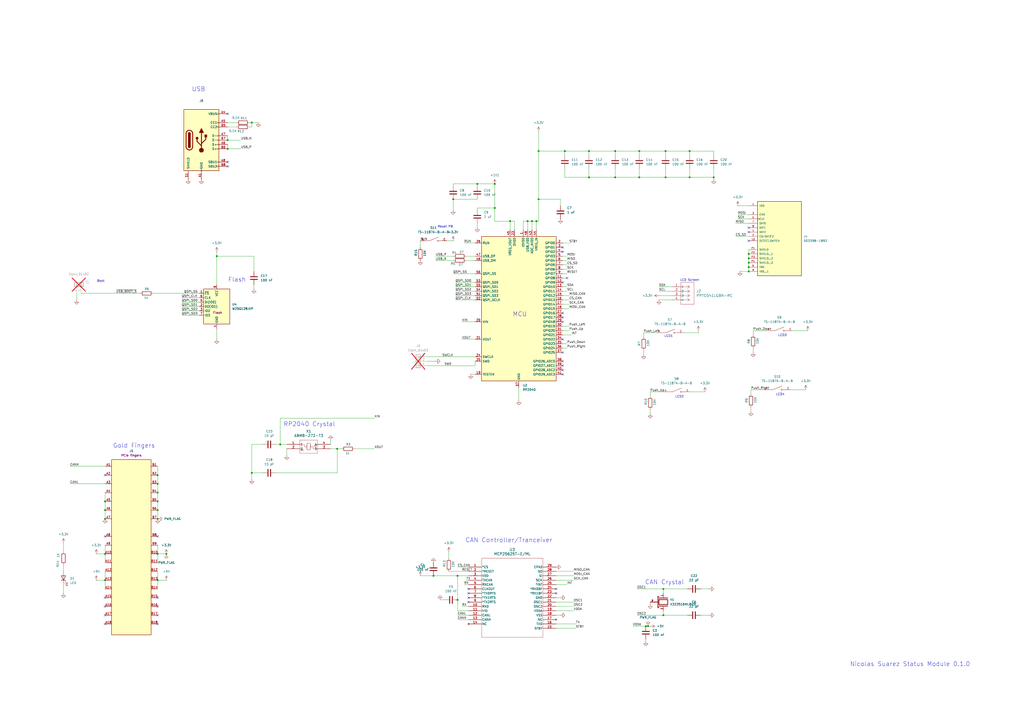
<source format=kicad_sch>
(kicad_sch (version 20250114) (generator "eeschema") (generator_version "9.0")
  (paper "A2")
  (lib_symbols
    (symbol "2025-05-16_00-29-22:PPTC041LGBN-RC" (pin_names (offset 0.254))
      (property "Reference" "J" (at 8.89 6.35 0))
      (property "Value" "PPTC041LGBN-RC" (at 0 0 0))
      (symbol "PPTC041LGBN-RC_1_1"
        (pin unspecified line (at 0 0 0) (length 5.08) (name "1") (number "1"))
        (pin unspecified line (at 0 -2.54 0) (length 5.08) (name "2") (number "2"))
        (pin unspecified line (at 0 -5.08 0) (length 5.08) (name "3") (number "3"))
        (pin unspecified line (at 0 -7.62 0) (length 5.08) (name "4") (number "4"))
      )
      (symbol "PPTC041LGBN-RC_1_2"
        (pin unspecified line (at 0 0 0) (length 5.08) (name "1") (number "1"))
        (pin unspecified line (at 0 -2.54 0) (length 5.08) (name "2") (number "2"))
        (pin unspecified line (at 0 -5.08 0) (length 5.08) (name "3") (number "3"))
        (pin unspecified line (at 0 -7.62 0) (length 5.08) (name "4") (number "4"))
      )
    )
    (symbol "Connector:Bus_PCI_Express_x1" (pin_names (offset 0) (hide yes))
      (property "Reference" "J1" (at -1.27 -16.256 0))
      (property "info" "PCIe fingers" (at -1.524 -5.588 0))
      (symbol "Bus_PCI_Express_x1_1_1"
        (pin unspecified line (at -15.24 39.37 0) (length 3.81) (name "~{PRSNT1}") (number "A1"))
        (pin unspecified line (at -15.24 34.29 0) (length 3.81) (name "+12V") (number "A2"))
        (pin passive line (at -15.24 29.21 0) (length 3.81) (name "+12V") (number "A3"))
        (pin passive line (at -15.24 24.13 0) (length 3.81) (name "GND") (number "A4"))
        (pin passive line (at -15.24 19.05 0) (length 3.81) (name "JTAG2") (number "A5"))
        (pin passive line (at -15.24 13.97 0) (length 3.81) (name "JTAG3") (number "A6"))
        (pin passive line (at -15.24 8.89 0) (length 3.81) (name "JTAG4") (number "A7"))
        (pin passive line (at -15.24 -1.27 0) (length 3.81) (name "JTAG5") (number "A8"))
        (pin passive line (at -15.24 -6.35 0) (length 3.81) (name "+3.3V") (number "A9"))
        (pin passive line (at -15.24 -11.43 0) (length 3.81) (name "+3.3V") (number "A10"))
        (pin passive line (at -15.24 -16.51 0) (length 3.81) (name "~{PERST}") (number "A11"))
        (pin passive line (at -15.24 -21.59 0) (length 3.81) (name "GND") (number "A12"))
        (pin passive line (at -15.24 -26.67 0) (length 3.81) (name "REFCLK+") (number "A13"))
        (pin passive line (at -15.24 -31.75 0) (length 3.81) (name "REFCLK-") (number "A14"))
        (pin passive line (at -15.24 -36.83 0) (length 3.81) (name "GND") (number "A15"))
        (pin passive line (at -15.24 -41.91 0) (length 3.81) (name "PERp0") (number "A16"))
        (pin passive line (at -15.24 -46.99 0) (length 3.81) (name "PERn0") (number "A17"))
        (pin passive line (at -15.24 -52.07 0) (length 3.81) (name "GND") (number "A18"))
        (pin passive line (at 15.24 39.37 180) (length 3.81) (name "+12V") (number "B1"))
        (pin passive line (at 15.24 34.29 180) (length 3.81) (name "+12V") (number "B2"))
        (pin passive line (at 15.24 29.21 180) (length 3.81) (name "+12V") (number "B3"))
        (pin passive line (at 15.24 24.13 180) (length 3.81) (name "GND") (number "B4"))
        (pin passive line (at 15.24 19.05 180) (length 3.81) (name "SMCLK") (number "B5"))
        (pin passive line (at 15.24 13.97 180) (length 3.81) (name "SMDAT") (number "B6"))
        (pin passive line (at 15.24 8.89 180) (length 3.81) (name "GND") (number "B7"))
        (pin passive line (at 15.24 -1.27 180) (length 3.81) (name "+3.3V") (number "B8"))
        (pin passive line (at 15.24 -6.35 180) (length 3.81) (name "JTAG1") (number "B9"))
        (pin passive line (at 15.24 -11.43 180) (length 3.81) (name "3.3Vaux") (number "B10"))
        (pin passive line (at 15.24 -16.51 180) (length 3.81) (name "~{WAKE}") (number "B11"))
        (pin passive line (at 15.24 -21.59 180) (length 3.81) (name "RSVD") (number "B12"))
        (pin passive line (at 15.24 -26.67 180) (length 3.81) (name "GND") (number "B13"))
        (pin passive line (at 15.24 -31.75 180) (length 3.81) (name "PETp0") (number "B14"))
        (pin passive line (at 15.24 -36.83 180) (length 3.81) (name "PETn0") (number "B15"))
        (pin passive line (at 15.24 -41.91 180) (length 3.81) (name "GND") (number "B16"))
        (pin passive line (at 15.24 -46.99 180) (length 3.81) (name "~{PRSNT2}") (number "B17"))
        (pin passive line (at 15.24 -52.07 180) (length 3.81) (name "GND") (number "B18"))
      )
    )
    (symbol "Connector:USB_C_Receptacle_USB2.0_16P" (pin_names (offset 1.016))
      (property "Reference" "J" (at 0 22.225 0))
      (property "Value" "USB_C_Receptacle_USB2.0_16P" (at 0 19.685 0))
      (symbol "USB_C_Receptacle_USB2.0_16P_1_1"
        (pin passive line (at -7.62 -22.86 90) (length 5.08) (name "SHIELD") (number "S1"))
        (pin passive line (at 0 -22.86 90) (length 5.08) (name "GND") (number "A1"))
        (pin passive line (at 0 -22.86 90) (length 5.08) (hide yes) (name "GND") (number "A12"))
        (pin passive line (at 0 -22.86 90) (length 5.08) (hide yes) (name "GND") (number "B1"))
        (pin passive line (at 0 -22.86 90) (length 5.08) (hide yes) (name "GND") (number "B12"))
        (pin passive line (at 15.24 15.24 180) (length 5.08) (name "VBUS") (number "A4"))
        (pin passive line (at 15.24 15.24 180) (length 5.08) (hide yes) (name "VBUS") (number "A9"))
        (pin passive line (at 15.24 15.24 180) (length 5.08) (hide yes) (name "VBUS") (number "B4"))
        (pin passive line (at 15.24 15.24 180) (length 5.08) (hide yes) (name "VBUS") (number "B9"))
        (pin bidirectional line (at 15.24 10.16 180) (length 5.08) (name "CC1") (number "A5"))
        (pin bidirectional line (at 15.24 7.62 180) (length 5.08) (name "CC2") (number "B5"))
        (pin bidirectional line (at 15.24 2.54 180) (length 5.08) (name "D-") (number "A7"))
        (pin bidirectional line (at 15.24 0 180) (length 5.08) (name "D-") (number "B7"))
        (pin bidirectional line (at 15.24 -2.54 180) (length 5.08) (name "D+") (number "A6"))
        (pin bidirectional line (at 15.24 -5.08 180) (length 5.08) (name "D+") (number "B6"))
        (pin bidirectional line (at 15.24 -12.7 180) (length 5.08) (name "SBU1") (number "A8"))
        (pin bidirectional line (at 15.24 -15.24 180) (length 5.08) (name "SBU2") (number "B8"))
      )
    )
    (symbol "Connector_Generic:Conn_01x02" (pin_names (offset 1.016) (hide yes))
      (property "Reference" "J" (at 0 2.54 0))
      (property "Value" "Conn_01x02" (at 0 -5.08 0))
      (symbol "Conn_01x02_1_1"
        (pin passive line (at -5.08 0 0) (length 3.81) (name "Pin_1") (number "1"))
        (pin passive line (at -5.08 -2.54 0) (length 3.81) (name "Pin_2") (number "2"))
      )
    )
    (symbol "Connector_Generic:Conn_01x03" (pin_names (offset 1.016) (hide yes))
      (property "Reference" "J" (at 0 5.08 0))
      (property "Value" "Conn_01x03" (at 0 -5.08 0))
      (symbol "Conn_01x03_1_1"
        (pin passive line (at -5.08 2.54 0) (length 3.81) (name "Pin_1") (number "1"))
        (pin passive line (at -5.08 0 0) (length 3.81) (name "Pin_2") (number "2"))
        (pin passive line (at -5.08 -2.54 0) (length 3.81) (name "Pin_3") (number "3"))
      )
    )
    (symbol "Device:C" (pin_numbers (hide yes)) (pin_names (offset 0.254))
      (property "Reference" "C" (at 0.635 2.54 0))
      (property "Value" "C" (at 0.635 -2.54 0))
      (symbol "C_1_1"
        (pin passive line (at 0 3.81 270) (length 2.794) (name "~") (number "1"))
        (pin passive line (at 0 -3.81 90) (length 2.794) (name "~") (number "2"))
      )
    )
    (symbol "Device:LED" (pin_numbers (hide yes)) (pin_names (offset 1.016) (hide yes))
      (property "Reference" "D" (at 0 2.54 0))
      (property "Value" "LED" (at 0 -2.54 0))
      (symbol "LED_1_1"
        (pin passive line (at -3.81 0 0) (length 2.54) (name "K") (number "1"))
        (pin passive line (at 3.81 0 180) (length 2.54) (name "A") (number "2"))
      )
    )
    (symbol "Device:R" (pin_numbers (hide yes)) (pin_names (offset 0))
      (property "Reference" "R" (at 2.032 0 90))
      (property "Value" "R" (at 0 0 90))
      (symbol "R_1_1"
        (pin passive line (at 0 3.81 270) (length 1.27) (name "~") (number "1"))
        (pin passive line (at 0 -3.81 90) (length 1.27) (name "~") (number "2"))
      )
    )
    (symbol "MCU_RaspberryPi:RP2040"
      (property "Reference" "U" (at 17.78 45.72 0))
      (property "Value" "RP2040" (at 17.78 43.18 0))
      (symbol "RP2040_1_1"
        (pin input line (at -25.4 38.1 0) (length 3.81) (name "RUN") (number "26"))
        (pin bidirectional line (at -25.4 30.48 0) (length 3.81) (name "USB_DP") (number "47"))
        (pin bidirectional line (at -25.4 27.94 0) (length 3.81) (name "USB_DM") (number "46"))
        (pin bidirectional line (at -25.4 20.32 0) (length 3.81) (name "QSPI_SS") (number "56"))
        (pin bidirectional line (at -25.4 15.24 0) (length 3.81) (name "QSPI_SD0") (number "53"))
        (pin bidirectional line (at -25.4 12.7 0) (length 3.81) (name "QSPI_SD1") (number "55"))
        (pin bidirectional line (at -25.4 10.16 0) (length 3.81) (name "QSPI_SD2") (number "54"))
        (pin bidirectional line (at -25.4 7.62 0) (length 3.81) (name "QSPI_SD3") (number "51"))
        (pin output line (at -25.4 5.08 0) (length 3.81) (name "QSPI_SCLK") (number "52"))
        (pin input line (at -25.4 -7.62 0) (length 3.81) (name "XIN") (number "20"))
        (pin passive line (at -25.4 -17.78 0) (length 3.81) (name "XOUT") (number "21"))
        (pin input line (at -25.4 -27.94 0) (length 3.81) (name "SWCLK") (number "24"))
        (pin bidirectional line (at -25.4 -30.48 0) (length 3.81) (name "SWD") (number "25"))
        (pin input line (at -25.4 -38.1 0) (length 3.81) (name "TESTEN") (number "19"))
        (pin power_out line (at -5.08 45.72 270) (length 3.81) (name "VREG_VOUT") (number "45"))
        (pin power_in line (at -2.54 45.72 270) (length 3.81) (name "DVDD") (number "23"))
        (pin passive line (at -2.54 45.72 270) (length 3.81) (hide yes) (name "DVDD") (number "50"))
        (pin power_in line (at 0 -45.72 90) (length 3.81) (name "GND") (number "57"))
        (pin power_in line (at 2.54 45.72 270) (length 3.81) (name "IOVDD") (number "1"))
        (pin passive line (at 2.54 45.72 270) (length 3.81) (hide yes) (name "IOVDD") (number "10"))
        (pin passive line (at 2.54 45.72 270) (length 3.81) (hide yes) (name "IOVDD") (number "22"))
        (pin passive line (at 2.54 45.72 270) (length 3.81) (hide yes) (name "IOVDD") (number "33"))
        (pin passive line (at 2.54 45.72 270) (length 3.81) (hide yes) (name "IOVDD") (number "42"))
        (pin passive line (at 2.54 45.72 270) (length 3.81) (hide yes) (name "IOVDD") (number "49"))
        (pin power_in line (at 5.08 45.72 270) (length 3.81) (name "USB_VDD") (number "48"))
        (pin power_in line (at 7.62 45.72 270) (length 3.81) (name "ADC_AVDD") (number "43"))
        (pin power_in line (at 10.16 45.72 270) (length 3.81) (name "VREG_IN") (number "44"))
        (pin bidirectional line (at 25.4 38.1 180) (length 3.81) (name "GPIO0") (number "2"))
        (pin bidirectional line (at 25.4 35.56 180) (length 3.81) (name "GPIO1") (number "3"))
        (pin bidirectional line (at 25.4 33.02 180) (length 3.81) (name "GPIO2") (number "4"))
        (pin bidirectional line (at 25.4 30.48 180) (length 3.81) (name "GPIO3") (number "5"))
        (pin bidirectional line (at 25.4 27.94 180) (length 3.81) (name "GPIO4") (number "6"))
        (pin bidirectional line (at 25.4 25.4 180) (length 3.81) (name "GPIO5") (number "7"))
        (pin bidirectional line (at 25.4 22.86 180) (length 3.81) (name "GPIO6") (number "8"))
        (pin bidirectional line (at 25.4 20.32 180) (length 3.81) (name "GPIO7") (number "9"))
        (pin bidirectional line (at 25.4 17.78 180) (length 3.81) (name "GPIO8") (number "11"))
        (pin bidirectional line (at 25.4 15.24 180) (length 3.81) (name "GPIO9") (number "12"))
        (pin bidirectional line (at 25.4 12.7 180) (length 3.81) (name "GPIO10") (number "13"))
        (pin bidirectional line (at 25.4 10.16 180) (length 3.81) (name "GPIO11") (number "14"))
        (pin bidirectional line (at 25.4 7.62 180) (length 3.81) (name "GPIO12") (number "15"))
        (pin bidirectional line (at 25.4 5.08 180) (length 3.81) (name "GPIO13") (number "16"))
        (pin bidirectional line (at 25.4 2.54 180) (length 3.81) (name "GPIO14") (number "17"))
        (pin bidirectional line (at 25.4 0 180) (length 3.81) (name "GPIO15") (number "18"))
        (pin bidirectional line (at 25.4 -2.54 180) (length 3.81) (name "GPIO16") (number "27"))
        (pin bidirectional line (at 25.4 -5.08 180) (length 3.81) (name "GPIO17") (number "28"))
        (pin bidirectional line (at 25.4 -7.62 180) (length 3.81) (name "GPIO18") (number "29"))
        (pin bidirectional line (at 25.4 -10.16 180) (length 3.81) (name "GPIO19") (number "30"))
        (pin bidirectional line (at 25.4 -12.7 180) (length 3.81) (name "GPIO20") (number "31"))
        (pin bidirectional line (at 25.4 -15.24 180) (length 3.81) (name "GPIO21") (number "32"))
        (pin bidirectional line (at 25.4 -17.78 180) (length 3.81) (name "GPIO22") (number "34"))
        (pin bidirectional line (at 25.4 -20.32 180) (length 3.81) (name "GPIO23") (number "35"))
        (pin bidirectional line (at 25.4 -22.86 180) (length 3.81) (name "GPIO24") (number "36"))
        (pin bidirectional line (at 25.4 -25.4 180) (length 3.81) (name "GPIO25") (number "37"))
        (pin bidirectional line (at 25.4 -30.48 180) (length 3.81) (name "GPIO26_ADC0") (number "38"))
        (pin bidirectional line (at 25.4 -33.02 180) (length 3.81) (name "GPIO27_ADC1") (number "39"))
        (pin bidirectional line (at 25.4 -35.56 180) (length 3.81) (name "GPIO28_ADC2") (number "40"))
        (pin bidirectional line (at 25.4 -38.1 180) (length 3.81) (name "GPIO29_ADC3") (number "41"))
      )
    )
    (symbol "Memory_Flash:W25Q128JVP"
      (property "Reference" "U" (at -6.35 11.43 0))
      (property "Value" "W25Q128JVP" (at 7.62 11.43 0))
      (symbol "W25Q128JVP_1_1"
        (pin input line (at -10.16 7.62 0) (length 2.54) (name "~{CS}") (number "1"))
        (pin input line (at -10.16 5.08 0) (length 2.54) (name "CLK") (number "6"))
        (pin bidirectional line (at -10.16 2.54 0) (length 2.54) (name "DI(IO0)") (number "5"))
        (pin bidirectional line (at -10.16 0 0) (length 2.54) (name "DO(IO1)") (number "2"))
        (pin bidirectional line (at -10.16 -2.54 0) (length 2.54) (name "IO2") (number "3"))
        (pin bidirectional line (at -10.16 -5.08 0) (length 2.54) (name "IO3") (number "7"))
        (pin power_in line (at 0 12.7 270) (length 2.54) (name "VCC") (number "8"))
        (pin power_in line (at 0 -12.7 90) (length 2.54) (name "GND") (number "4"))
      )
    )
    (symbol "MicroSD:503398-1892" (pin_names (offset 1.016))
      (property "Reference" "J" (at -12.7217 15.266 0))
      (property "Value" "503398-1892" (at -12.704 -27.9456 0))
      (symbol "503398-1892_0_0"
        (pin power_in line (at 17.78 12.7 180) (length 5.08) (name "VDD") (number "4"))
        (pin passive line (at 17.78 7.62 180) (length 5.08) (name "CMD") (number "3"))
        (pin passive clock (at 17.78 5.08 180) (length 5.08) (name "CLK") (number "5"))
        (pin passive line (at 17.78 2.54 180) (length 5.08) (name "DAT0") (number "7"))
        (pin passive line (at 17.78 0 180) (length 5.08) (name "DAT1") (number "8"))
        (pin passive line (at 17.78 -2.54 180) (length 5.08) (name "DAT2") (number "1"))
        (pin passive line (at 17.78 -5.08 180) (length 5.08) (name "CD/DAT3^2") (number "2"))
        (pin passive line (at 17.78 -7.62 180) (length 5.08) (name "DETECT_SWITCH") (number "10"))
        (pin passive line (at 17.78 -12.7 180) (length 5.08) (name "SHIELD") (number "P1"))
        (pin passive line (at 17.78 -15.24 180) (length 5.08) (name "SHIELD__1") (number "P2"))
        (pin passive line (at 17.78 -17.78 180) (length 5.08) (name "SHIELD__2") (number "P3"))
        (pin passive line (at 17.78 -20.32 180) (length 5.08) (name "SHIELD__3") (number "P4"))
        (pin power_in line (at 17.78 -22.86 180) (length 5.08) (name "VSS") (number "6"))
        (pin power_in line (at 17.78 -25.4 180) (length 5.08) (name "VSS__1") (number "9"))
      )
    )
    (symbol "TS-1187A-B-A-B:TS-1187A-B-A-B" (pin_names (offset 1.016))
      (property "Reference" "S" (at -2.54 2.54 0))
      (property "Value" "TS-1187A-B-A-B" (at -2.54 -2.54 0))
      (symbol "TS-1187A-B-A-B_0_0"
        (pin passive line (at -7.62 0 0) (length 2.54) (name "~") (number "A"))
        (pin passive line (at 7.62 0 180) (length 2.54) (name "~") (number "C"))
      )
    )
    (symbol "challenge symbols:ABM8-272-T3" (pin_names (offset 0.254))
      (property "Reference" "X" (at 12.7 7.62 0))
      (property "Value" "ABM8-272-T3" (at 12.7 5.08 0))
      (symbol "ABM8-272-T3_0_1"
        (pin unspecified line (at 0 0 0) (length 7.62) (name "1") (number "1"))
        (pin unspecified line (at 0 -2.54 0) (length 7.62) (name "2") (number "2"))
        (pin unspecified line (at 25.4 0 180) (length 7.62) (name "4") (number "4"))
        (pin unspecified line (at 25.4 -2.54 180) (length 7.62) (name "3") (number "3"))
      )
    )
    (symbol "challenge symbols:MCP25625T-E_ML" (pin_names (offset 0.254))
      (property "Reference" "U1" (at 25.4 10.16 0))
      (property "Value" "MCP25625T-E/ML" (at 25.4 7.62 0))
      (symbol "MCP25625T-E_ML_0_1"
        (pin output line (at 0 -7.62 0) (length 7.62) (name "TXCAN") (number "4"))
        (pin input line (at 0 -10.16 0) (length 7.62) (name "RXCAN") (number "5"))
        (pin output line (at 0 -12.7 0) (length 7.62) (name "CLKOUT") (number "6"))
        (pin input line (at 0 -15.24 0) (length 7.62) (name "*TX0RTS") (number "7"))
        (pin input line (at 0 -17.78 0) (length 7.62) (name "*TX1RTS") (number "8"))
        (pin input line (at 0 -20.32 0) (length 7.62) (name "*TX2RTS") (number "9"))
        (pin output line (at 0 -22.86 0) (length 7.62) (name "RXD") (number "10"))
        (pin bidirectional line (at 0 -27.94 0) (length 7.62) (name "CANL") (number "12"))
        (pin bidirectional line (at 0 -30.48 0) (length 7.62) (name "CANH") (number "13"))
        (pin no_connect line (at 0 -33.02 0) (length 7.62) (name "NC") (number "14"))
        (pin unspecified line (at 50.8 0 180) (length 7.62) (name "EPAD") (number "29"))
        (pin output line (at 50.8 -2.54 180) (length 7.62) (name "SO") (number "28"))
        (pin input line (at 50.8 -5.08 180) (length 7.62) (name "SI") (number "27"))
        (pin input line (at 50.8 -7.62 180) (length 7.62) (name "SCK") (number "26"))
        (pin output line (at 50.8 -10.16 180) (length 7.62) (name "*INT") (number "25"))
        (pin output line (at 50.8 -12.7 180) (length 7.62) (name "*RX0BF") (number "24"))
        (pin output line (at 50.8 -15.24 180) (length 7.62) (name "*RX1BF") (number "23"))
        (pin input line (at 50.8 -20.32 180) (length 7.62) (name "OSC1") (number "21"))
        (pin output line (at 50.8 -22.86 180) (length 7.62) (name "OSC2") (number "20"))
        (pin no_connect line (at 50.8 -30.48 180) (length 7.62) (name "NC") (number "17"))
        (pin input line (at 50.8 -33.02 180) (length 7.62) (name "TXD") (number "16"))
        (pin input line (at 50.8 -35.56 180) (length 7.62) (name "STBY") (number "15"))
      )
      (symbol "MCP25625T-E_ML_1_1"
        (pin passive line (at 0 0 0) (length 7.62) (name "*CS") (number "1"))
        (pin passive line (at 0 -2.54 0) (length 7.62) (name "*RESET") (number "2"))
        (pin passive line (at 0 -5.08 0) (length 7.62) (name "VDD") (number "3"))
        (pin passive line (at 0 -25.4 0) (length 7.62) (name "VIO") (number "11"))
        (pin passive line (at 50.8 -17.78 180) (length 7.62) (name "GND") (number "22"))
        (pin passive line (at 50.8 -25.4 180) (length 7.62) (name "VDDA") (number "19"))
        (pin passive line (at 50.8 -27.94 180) (length 7.62) (name "VSS") (number "18"))
      )
    )
    (symbol "challenge symbols:X322516MLB4SI" (pin_names (offset 1.016))
      (property "Reference" "Y" (at -5.08 6.35 0))
      (property "Value" "X322516MLB4SI" (at -5.08 3.81 0))
      (symbol "X322516MLB4SI_0_0"
        (pin passive line (at -5.08 0 0) (length 2.54) (name "~") (number "1"))
        (pin power_in line (at 0 -7.62 90) (length 2.54) (name "~") (number "2"))
        (pin power_in line (at 0 -7.62 90) (length 2.54) (name "~") (number "4"))
        (pin passive line (at 5.08 0 180) (length 2.54) (name "~") (number "3"))
      )
    )
    (symbol "power:+1V1" (power) (pin_numbers (hide yes)) (pin_names (offset 0) (hide yes))
      (property "Value" "+1V1" (at 0 3.556 0))
      (symbol "+1V1_1_1"
        (pin power_in line (at 0 0 90) (length 0) (name "~") (number "1"))
      )
    )
    (symbol "power:+3.3V" (power) (pin_numbers (hide yes)) (pin_names (offset 0) (hide yes))
      (property "Value" "+3.3V" (at 0 3.556 0))
      (symbol "+3.3V_1_1"
        (pin power_in line (at 0 0 90) (length 0) (name "~") (number "1"))
      )
    )
    (symbol "power:+5V" (power) (pin_numbers (hide yes)) (pin_names (offset 0) (hide yes))
      (property "Value" "+5V" (at 0 3.556 0))
      (symbol "+5V_1_1"
        (pin power_in line (at 0 0 90) (length 0) (name "~") (number "1"))
      )
    )
    (symbol "power:GND" (power) (pin_numbers (hide yes)) (pin_names (offset 0) (hide yes))
      (property "Value" "GND" (at 0 -3.81 0))
      (symbol "GND_1_1"
        (pin power_in line (at 0 0 270) (length 0) (name "~") (number "1"))
      )
    )
    (symbol "power:PWR_FLAG" (power) (pin_numbers (hide yes)) (pin_names (offset 0) (hide yes))
      (property "Value" "PWR_FLAG" (at 0 3.81 0))
      (symbol "PWR_FLAG_0_0"
        (pin power_out line (at 0 0 90) (length 0) (name "~") (number "1"))
      )
    )
    (symbol "power:VAA" (power) (pin_numbers (hide yes)) (pin_names (offset 0) (hide yes))
      (property "Value" "VAA" (at 0 3.556 0))
      (symbol "VAA_1_1"
        (pin power_in line (at 0 0 90) (length 0) (name "~") (number "1"))
      )
    )
  )
  (text "LCD2\n" (at 394.208 230.124 0) (effects (font (size 1.27 1.27))))
  (text "LCD1\n\n" (at 387.858 196.088 0) (effects (font (size 1.27 1.27))))
  (text "RP2040 Crystal" (at 164.465 247.65 0) (effects (font (size 2.54 2.54)) (justify left bottom)))
  (text "USB" (at 111.252 53.34 0) (effects (font (size 2.54 2.54)) (justify left bottom)))
  (text "CAN Crystal" (at 374.142 339.344 0) (effects (font (size 2.54 2.54)) (justify left bottom)))
  (text "MCU\n" (at 297.434 183.896 0) (effects (font (size 2.54 2.54)) (justify left bottom)))
  (text "Boot\n" (at 58.42 163.068 0) (effects (font (size 1.27 1.27))))
  (text "Nicolas Suarez Status Module 0.1.0" (at 493.014 386.842 0) (effects (font (size 2.54 2.54)) (justify left bottom)))
  (text "LCD Screen\n" (at 400.05 162.56 0) (effects (font (size 1.27 1.27))))
  (text "Gold Fingers" (at 65.532 260.096 0) (effects (font (size 2.54 2.54)) (justify left bottom)))
  (text "LCD4\n" (at 452.628 228.854 0) (effects (font (size 1.27 1.27))))
  (text "LCD3\n" (at 453.898 194.564 0) (effects (font (size 1.27 1.27))))
  (text "Reset PB\n" (at 258.318 131.572 0) (effects (font (size 1.27 1.27))))
  (text "CAN Controller/Tranceiver" (at 270.002 314.96 0) (effects (font (size 2.54 2.54)) (justify left bottom)))
  (text "Flash" (at 132.334 163.83 0) (effects (font (size 2.54 2.54)) (justify left bottom)))
  (junction (at 434.34 152.4))
  (junction (at 327.66 87.63))
  (junction (at 60.96 321.31))
  (junction (at 384.81 356.87))
  (junction (at 400.05 102.87))
  (junction (at 251.46 334.01))
  (junction (at 341.63 87.63))
  (junction (at 384.81 341.63))
  (junction (at 60.96 300.99))
  (junction (at 91.44 300.99))
  (junction (at 91.44 280.67))
  (junction (at 374.65 363.22))
  (junction (at 132.08 86.36))
  (junction (at 91.44 295.91))
  (junction (at 146.05 274.32))
  (junction (at 265.43 347.98))
  (junction (at 195.58 260.35))
  (junction (at 341.63 102.87))
  (junction (at 386.08 87.63))
  (junction (at 312.42 87.63))
  (junction (at 308.61 128.27))
  (junction (at 386.08 102.87))
  (junction (at 287.02 120.65))
  (junction (at 96.52 321.31))
  (junction (at 91.44 285.75))
  (junction (at 311.15 128.27))
  (junction (at 434.34 154.94))
  (junction (at 434.34 149.86))
  (junction (at 306.07 128.27))
  (junction (at 60.96 290.83))
  (junction (at 265.43 334.01))
  (junction (at 287.02 106.68))
  (junction (at 434.34 147.32))
  (junction (at 91.44 336.55))
  (junction (at 91.44 290.83))
  (junction (at 400.05 87.63))
  (junction (at 146.05 71.12))
  (junction (at 414.02 102.87))
  (junction (at 132.08 81.28))
  (junction (at 262.89 115.57))
  (junction (at 162.56 257.81))
  (junction (at 370.84 102.87))
  (junction (at 60.96 295.91))
  (junction (at 91.44 321.31))
  (junction (at 91.44 275.59))
  (junction (at 312.42 115.57))
  (junction (at 370.84 87.63))
  (junction (at 356.87 87.63))
  (junction (at 434.34 157.48))
  (junction (at 276.86 106.68))
  (junction (at 125.73 148.59))
  (junction (at 375.92 363.22))
  (junction (at 295.91 128.27))
  (junction (at 60.96 336.55))
  (junction (at 356.87 102.87))
  (no_connect (at 91.44 346.71))
  (no_connect (at 132.08 96.52))
  (no_connect (at 326.39 186.69))
  (no_connect (at 132.08 93.98))
  (no_connect (at 326.39 143.51))
  (no_connect (at 91.44 311.15))
  (no_connect (at 326.39 214.63))
  (no_connect (at 326.39 212.09))
  (no_connect (at 326.39 217.17))
  (no_connect (at 271.78 344.17))
  (no_connect (at 60.96 346.71))
  (no_connect (at 326.39 163.83))
  (no_connect (at 271.78 349.25))
  (no_connect (at 60.96 356.87))
  (no_connect (at 434.34 134.62))
  (no_connect (at 60.96 351.79))
  (no_connect (at 326.39 181.61))
  (no_connect (at 271.78 341.63))
  (no_connect (at 326.39 196.85))
  (no_connect (at 91.44 351.79))
  (no_connect (at 60.96 361.95))
  (no_connect (at 326.39 209.55))
  (no_connect (at 326.39 146.05))
  (no_connect (at 271.78 346.71))
  (no_connect (at 434.34 132.08))
  (no_connect (at 326.39 184.15))
  (no_connect (at 322.58 344.17))
  (no_connect (at 434.34 139.7))
  (no_connect (at 91.44 361.95))
  (no_connect (at 328.93 161.29))
  (no_connect (at 60.96 275.59))
  (no_connect (at 60.96 311.15))
  (no_connect (at 322.58 341.63))
  (no_connect (at 91.44 356.87))
  (no_connect (at 326.39 204.47))
  (no_connect (at 132.08 66.04))
  (wire (pts (xy 328.93 199.39) (xy 326.39 199.39)))
  (wire (pts (xy 328.93 201.93) (xy 326.39 201.93)))
  (wire (pts (xy 330.2 191.77) (xy 326.39 191.77)))
  (wire (pts (xy 330.2 179.07) (xy 326.39 179.07)))
  (wire (pts (xy 243.84 334.01) (xy 251.46 334.01)))
  (wire (pts (xy 434.34 152.4) (xy 434.34 154.94)))
  (wire (pts (xy 295.91 133.35) (xy 295.91 128.27)))
  (wire (pts (xy 373.38 205.74) (xy 373.38 203.2)))
  (wire (pts (xy 60.96 285.75) (xy 60.96 290.83)))
  (wire (pts (xy 276.86 132.08) (xy 276.86 129.54)))
  (wire (pts (xy 91.44 321.31) (xy 91.44 326.39)))
  (wire (pts (xy 327.66 97.79) (xy 327.66 102.87)))
  (wire (pts (xy 91.44 285.75) (xy 91.44 290.83)))
  (wire (pts (xy 298.45 128.27) (xy 295.91 128.27)))
  (wire (pts (xy 384.81 227.33) (xy 377.19 227.33)))
  (wire (pts (xy 375.92 363.22) (xy 377.19 363.22)))
  (wire (pts (xy 162.56 242.57) (xy 217.17 242.57)))
  (wire (pts (xy 105.41 177.8) (xy 115.57 177.8)))
  (wire (pts (xy 435.61 226.06) (xy 435.61 228.6)))
  (wire (pts (xy 308.61 128.27) (xy 308.61 133.35)))
  (wire (pts (xy 414.02 90.17) (xy 414.02 87.63)))
  (wire (pts (xy 191.77 255.27) (xy 191.77 257.81)))
  (wire (pts (xy 262.89 115.57) (xy 276.86 115.57)))
  (wire (pts (xy 264.16 163.83) (xy 275.59 163.83)))
  (wire (pts (xy 265.43 334.01) (xy 271.78 334.01)))
  (wire (pts (xy 265.43 356.87) (xy 271.78 356.87)))
  (wire (pts (xy 270.51 151.13) (xy 275.59 151.13)))
  (wire (pts (xy 384.81 354.33) (xy 384.81 356.87)))
  (wire (pts (xy 341.63 87.63) (xy 356.87 87.63)))
  (wire (pts (xy 322.58 354.33) (xy 332.74 354.33)))
  (wire (pts (xy 287.02 120.65) (xy 276.86 120.65)))
  (wire (pts (xy 262.89 158.75) (xy 275.59 158.75)))
  (wire (pts (xy 356.87 97.79) (xy 356.87 102.87)))
  (wire (pts (xy 147.32 157.48) (xy 147.32 148.59)))
  (wire (pts (xy 382.27 171.45) (xy 389.89 171.45)))
  (wire (pts (xy 414.02 104.14) (xy 414.02 102.87)))
  (wire (pts (xy 146.05 257.81) (xy 146.05 274.32)))
  (wire (pts (xy 330.2 176.53) (xy 326.39 176.53)))
  (wire (pts (xy 400.05 90.17) (xy 400.05 87.63)))
  (wire (pts (xy 40.64 270.51) (xy 60.96 270.51)))
  (wire (pts (xy 459.74 191.77) (xy 468.63 191.77)))
  (wire (pts (xy 327.66 87.63) (xy 312.42 87.63)))
  (wire (pts (xy 434.34 154.94) (xy 434.34 157.48)))
  (wire (pts (xy 88.9 170.18) (xy 115.57 170.18)))
  (wire (pts (xy 255.27 347.98) (xy 257.81 347.98)))
  (wire (pts (xy 322.58 349.25) (xy 332.74 349.25)))
  (wire (pts (xy 322.58 351.79) (xy 332.74 351.79)))
  (wire (pts (xy 267.97 196.85) (xy 275.59 196.85)))
  (wire (pts (xy 414.02 102.87) (xy 400.05 102.87)))
  (wire (pts (xy 125.73 148.59) (xy 125.73 165.1)))
  (wire (pts (xy 287.02 128.27) (xy 295.91 128.27)))
  (wire (pts (xy 341.63 97.79) (xy 341.63 102.87)))
  (wire (pts (xy 370.84 87.63) (xy 356.87 87.63)))
  (wire (pts (xy 369.57 356.87) (xy 384.81 356.87)))
  (wire (pts (xy 308.61 128.27) (xy 311.15 128.27)))
  (wire (pts (xy 341.63 90.17) (xy 341.63 87.63)))
  (wire (pts (xy 411.48 356.87) (xy 406.4 356.87)))
  (wire (pts (xy 356.87 102.87) (xy 370.84 102.87)))
  (wire (pts (xy 276.86 106.68) (xy 287.02 106.68)))
  (wire (pts (xy 276.86 106.68) (xy 262.89 106.68)))
  (wire (pts (xy 434.34 147.32) (xy 434.34 149.86)))
  (wire (pts (xy 322.58 346.71) (xy 325.12 346.71)))
  (wire (pts (xy 60.96 295.91) (xy 60.96 300.99)))
  (wire (pts (xy 400.05 102.87) (xy 400.05 97.79)))
  (wire (pts (xy 267.97 186.69) (xy 275.59 186.69)))
  (wire (pts (xy 132.08 81.28) (xy 132.08 78.74)))
  (wire (pts (xy 265.43 334.01) (xy 265.43 347.98)))
  (wire (pts (xy 91.44 336.55) (xy 91.44 331.47)))
  (wire (pts (xy 60.96 321.31) (xy 60.96 316.23)))
  (wire (pts (xy 264.16 173.99) (xy 275.59 173.99)))
  (wire (pts (xy 312.42 76.2) (xy 312.42 87.63)))
  (wire (pts (xy 265.43 347.98) (xy 265.43 354.33)))
  (wire (pts (xy 264.16 166.37) (xy 275.59 166.37)))
  (wire (pts (xy 426.72 129.54) (xy 434.34 129.54)))
  (wire (pts (xy 322.58 334.01) (xy 332.74 334.01)))
  (wire (pts (xy 386.08 90.17) (xy 386.08 87.63)))
  (wire (pts (xy 328.93 158.75) (xy 326.39 158.75)))
  (wire (pts (xy 276.86 106.68) (xy 276.86 107.95)))
  (wire (pts (xy 251.46 334.01) (xy 265.43 334.01)))
  (wire (pts (xy 306.07 128.27) (xy 308.61 128.27)))
  (wire (pts (xy 273.05 217.17) (xy 275.59 217.17)))
  (wire (pts (xy 330.2 140.97) (xy 326.39 140.97)))
  (wire (pts (xy 414.02 97.79) (xy 414.02 102.87)))
  (wire (pts (xy 262.89 139.7) (xy 259.08 139.7)))
  (wire (pts (xy 152.4 257.81) (xy 146.05 257.81)))
  (wire (pts (xy 125.73 146.05) (xy 125.73 148.59)))
  (wire (pts (xy 91.44 275.59) (xy 91.44 280.67)))
  (wire (pts (xy 105.41 175.26) (xy 115.57 175.26)))
  (wire (pts (xy 160.02 274.32) (xy 195.58 274.32)))
  (wire (pts (xy 40.64 280.67) (xy 60.96 280.67)))
  (wire (pts (xy 91.44 321.31) (xy 91.44 316.23)))
  (wire (pts (xy 370.84 90.17) (xy 370.84 87.63)))
  (wire (pts (xy 105.41 172.72) (xy 115.57 172.72)))
  (wire (pts (xy 262.89 148.59) (xy 252.73 148.59)))
  (wire (pts (xy 330.2 189.23) (xy 326.39 189.23)))
  (wire (pts (xy 287.02 106.68) (xy 287.02 120.65)))
  (wire (pts (xy 260.35 331.47) (xy 271.78 331.47)))
  (wire (pts (xy 326.39 166.37) (xy 328.93 166.37)))
  (wire (pts (xy 436.88 191.77) (xy 436.88 194.31)))
  (wire (pts (xy 386.08 87.63) (xy 400.05 87.63)))
  (wire (pts (xy 326.39 161.29) (xy 328.93 161.29)))
  (wire (pts (xy 137.16 71.12) (xy 132.08 71.12)))
  (wire (pts (xy 405.13 191.77) (xy 405.13 193.04)))
  (wire (pts (xy 162.56 257.81) (xy 162.56 242.57)))
  (wire (pts (xy 36.83 314.96) (xy 36.83 320.04)))
  (wire (pts (xy 269.24 339.09) (xy 271.78 339.09)))
  (wire (pts (xy 330.2 173.99) (xy 326.39 173.99)))
  (wire (pts (xy 260.35 320.04) (xy 260.35 323.85)))
  (wire (pts (xy 60.96 321.31) (xy 60.96 326.39)))
  (wire (pts (xy 306.07 128.27) (xy 306.07 133.35)))
  (wire (pts (xy 367.03 363.22) (xy 374.65 363.22)))
  (wire (pts (xy 325.12 119.38) (xy 325.12 115.57)))
  (wire (pts (xy 262.89 106.68) (xy 262.89 107.95)))
  (wire (pts (xy 400.05 227.33) (xy 408.94 227.33)))
  (wire (pts (xy 444.5 191.77) (xy 436.88 191.77)))
  (wire (pts (xy 55.88 336.55) (xy 60.96 336.55)))
  (wire (pts (xy 386.08 102.87) (xy 400.05 102.87)))
  (wire (pts (xy 311.15 128.27) (xy 311.15 133.35)))
  (wire (pts (xy 146.05 278.13) (xy 146.05 274.32)))
  (wire (pts (xy 265.43 359.41) (xy 271.78 359.41)))
  (wire (pts (xy 374.65 372.11) (xy 374.65 370.84)))
  (wire (pts (xy 36.83 344.17) (xy 36.83 339.09)))
  (wire (pts (xy 264.16 171.45) (xy 275.59 171.45)))
  (wire (pts (xy 370.84 87.63) (xy 386.08 87.63)))
  (wire (pts (xy 322.58 336.55) (xy 332.74 336.55)))
  (wire (pts (xy 55.88 321.31) (xy 60.96 321.31)))
  (wire (pts (xy 195.58 260.35) (xy 198.12 260.35)))
  (wire (pts (xy 377.19 227.33) (xy 377.19 229.87)))
  (wire (pts (xy 243.84 143.51) (xy 243.84 139.7)))
  (wire (pts (xy 270.51 336.55) (xy 271.78 336.55)))
  (wire (pts (xy 370.84 102.87) (xy 386.08 102.87)))
  (wire (pts (xy 377.19 350.52) (xy 377.19 349.25)))
  (wire (pts (xy 264.16 168.91) (xy 275.59 168.91)))
  (wire (pts (xy 265.43 328.93) (xy 271.78 328.93)))
  (wire (pts (xy 146.05 71.12) (xy 144.78 71.12)))
  (wire (pts (xy 287.02 120.65) (xy 287.02 128.27)))
  (wire (pts (xy 96.52 321.31) (xy 91.44 321.31)))
  (wire (pts (xy 303.53 133.35) (xy 303.53 128.27)))
  (wire (pts (xy 125.73 190.5) (xy 125.73 196.85)))
  (wire (pts (xy 384.81 356.87) (xy 398.78 356.87)))
  (wire (pts (xy 191.77 260.35) (xy 195.58 260.35)))
  (wire (pts (xy 373.38 193.04) (xy 373.38 195.58)))
  (wire (pts (xy 427.99 119.38) (xy 434.34 119.38)))
  (wire (pts (xy 322.58 339.09) (xy 328.93 339.09)))
  (wire (pts (xy 132.08 86.36) (xy 139.7 86.36)))
  (wire (pts (xy 427.99 127) (xy 434.34 127)))
  (wire (pts (xy 382.27 173.99) (xy 389.89 173.99)))
  (wire (pts (xy 328.93 148.59) (xy 326.39 148.59)))
  (wire (pts (xy 434.34 149.86) (xy 434.34 152.4)))
  (wire (pts (xy 60.96 336.55) (xy 60.96 341.63)))
  (wire (pts (xy 382.27 168.91) (xy 389.89 168.91)))
  (wire (pts (xy 426.72 137.16) (xy 434.34 137.16)))
  (wire (pts (xy 377.19 240.03) (xy 377.19 237.49)))
  (wire (pts (xy 325.12 115.57) (xy 312.42 115.57)))
  (wire (pts (xy 328.93 153.67) (xy 326.39 153.67)))
  (wire (pts (xy 144.78 73.66) (xy 146.05 73.66)))
  (wire (pts (xy 327.66 90.17) (xy 327.66 87.63)))
  (wire (pts (xy 322.58 364.49) (xy 334.01 364.49)))
  (wire (pts (xy 132.08 83.82) (xy 132.08 86.36)))
  (wire (pts (xy 341.63 87.63) (xy 327.66 87.63)))
  (wire (pts (xy 46.99 170.18) (xy 81.28 170.18)))
  (wire (pts (xy 434.34 144.78) (xy 434.34 147.32)))
  (wire (pts (xy 322.58 331.47) (xy 332.74 331.47)))
  (wire (pts (xy 91.44 290.83) (xy 91.44 295.91)))
  (wire (pts (xy 271.78 351.79) (xy 267.97 351.79)))
  (wire (pts (xy 91.44 280.67) (xy 91.44 285.75)))
  (wire (pts (xy 326.39 168.91) (xy 328.93 168.91)))
  (wire (pts (xy 303.53 128.27) (xy 306.07 128.27)))
  (wire (pts (xy 166.37 264.16) (xy 166.37 260.35)))
  (wire (pts (xy 252.73 151.13) (xy 262.89 151.13)))
  (wire (pts (xy 276.86 120.65) (xy 276.86 121.92)))
  (wire (pts (xy 312.42 87.63) (xy 312.42 115.57)))
  (wire (pts (xy 96.52 336.55) (xy 91.44 336.55)))
  (wire (pts (xy 328.93 151.13) (xy 326.39 151.13)))
  (wire (pts (xy 146.05 73.66) (xy 146.05 71.12)))
  (wire (pts (xy 381 193.04) (xy 373.38 193.04)))
  (wire (pts (xy 384.81 341.63) (xy 384.81 344.17)))
  (wire (pts (xy 195.58 274.32) (xy 195.58 260.35)))
  (wire (pts (xy 327.66 102.87) (xy 341.63 102.87)))
  (wire (pts (xy 396.24 193.04) (xy 405.13 193.04)))
  (wire (pts (xy 328.93 156.21) (xy 326.39 156.21)))
  (wire (pts (xy 147.32 167.64) (xy 147.32 165.1)))
  (wire (pts (xy 162.56 257.81) (xy 160.02 257.81)))
  (wire (pts (xy 411.48 341.63) (xy 406.4 341.63)))
  (wire (pts (xy 331.47 194.31) (xy 326.39 194.31)))
  (wire (pts (xy 152.4 274.32) (xy 146.05 274.32)))
  (wire (pts (xy 384.81 341.63) (xy 398.78 341.63)))
  (wire (pts (xy 262.89 115.57) (xy 262.89 121.92)))
  (wire (pts (xy 132.08 81.28) (xy 139.7 81.28)))
  (wire (pts (xy 166.37 257.81) (xy 162.56 257.81)))
  (wire (pts (xy 436.88 204.47) (xy 436.88 201.93)))
  (wire (pts (xy 435.61 238.76) (xy 435.61 236.22)))
  (wire (pts (xy 91.44 295.91) (xy 91.44 300.99)))
  (wire (pts (xy 443.23 226.06) (xy 435.61 226.06)))
  (wire (pts (xy 311.15 128.27) (xy 312.42 128.27)))
  (wire (pts (xy 386.08 97.79) (xy 386.08 102.87)))
  (wire (pts (xy 44.45 173.99) (xy 44.45 170.18)))
  (wire (pts (xy 105.41 182.88) (xy 115.57 182.88)))
  (wire (pts (xy 429.26 157.48) (xy 434.34 157.48)))
  (wire (pts (xy 370.84 97.79) (xy 370.84 102.87)))
  (wire (pts (xy 275.59 209.55) (xy 275.59 212.09)))
  (wire (pts (xy 269.24 140.97) (xy 275.59 140.97)))
  (wire (pts (xy 137.16 73.66) (xy 132.08 73.66)))
  (wire (pts (xy 414.02 87.63) (xy 400.05 87.63)))
  (wire (pts (xy 300.99 232.41) (xy 300.99 224.79)))
  (wire (pts (xy 247.65 207.01) (xy 275.59 207.01)))
  (wire (pts (xy 271.78 354.33) (xy 265.43 354.33)))
  (wire (pts (xy 205.74 260.35) (xy 217.17 260.35)))
  (wire (pts (xy 60.96 336.55) (xy 60.96 331.47)))
  (wire (pts (xy 298.45 133.35) (xy 298.45 128.27)))
  (wire (pts (xy 458.47 226.06) (xy 467.36 226.06)))
  (wire (pts (xy 427.99 124.46) (xy 434.34 124.46)))
  (wire (pts (xy 149.86 71.12) (xy 146.05 71.12)))
  (wire (pts (xy 91.44 336.55) (xy 91.44 341.63)))
  (wire (pts (xy 36.83 331.47) (xy 36.83 327.66)))
  (wire (pts (xy 322.58 361.95) (xy 334.01 361.95)))
  (wire (pts (xy 374.65 363.22) (xy 375.92 363.22)))
  (wire (pts (xy 105.41 180.34) (xy 115.57 180.34)))
  (wire (pts (xy 91.44 270.51) (xy 91.44 275.59)))
  (wire (pts (xy 247.65 212.09) (xy 275.59 212.09)))
  (wire (pts (xy 270.51 148.59) (xy 275.59 148.59)))
  (wire (pts (xy 341.63 102.87) (xy 356.87 102.87)))
  (wire (pts (xy 147.32 148.59) (xy 125.73 148.59)))
  (wire (pts (xy 382.27 166.37) (xy 389.89 166.37)))
  (wire (pts (xy 312.42 115.57) (xy 312.42 128.27)))
  (wire (pts (xy 60.96 290.83) (xy 60.96 295.91)))
  (wire (pts (xy 330.2 171.45) (xy 326.39 171.45)))
  (wire (pts (xy 252.73 209.55) (xy 247.65 209.55)))
  (wire (pts (xy 322.58 356.87) (xy 325.12 356.87)))
  (wire (pts (xy 356.87 90.17) (xy 356.87 87.63)))
  (wire (pts (xy 369.57 341.63) (xy 384.81 341.63)))
  (label "QSPI_SD0" (at 105.41 175.26 0))
  (label "QSPI_SD1" (at 264.16 166.37 0))
  (label "MOSI_CAN" (at 332.74 334.01 0))
  (label "USB_P" (at 139.7 86.36 0))
  (label "INT" (at 331.47 194.31 0))
  (label "XOUT" (at 267.97 196.85 0))
  (label "QSPI_SD2" (at 105.41 180.34 0))
  (label "QSPI_SD0" (at 264.16 163.83 0))
  (label "SDA" (at 382.27 166.37 0))
  (label "RESET" (at 267.97 331.47 0))
  (label "QSPI_SS" (at 262.89 158.75 0))
  (label "OSC2" (at 369.57 356.87 0))
  (label "OSC1" (at 369.57 341.63 0))
  (label "USB_N" (at 252.73 151.13 0))
  (label "QSPI_CLK" (at 264.16 173.99 0))
  (label "USB_N" (at 139.7 81.28 0))
  (label "Push_Left" (at 330.2 189.23 0))
  (label "CS_CAN" (at 265.43 328.93 0))
  (label "Push_Right" (at 328.93 201.93 0))
  (label "RUN" (at 269.24 140.97 0))
  (label "OSC1" (at 332.74 349.25 0))
  (label "SDA" (at 328.93 166.37 0))
  (label "SWD" (at 257.81 212.09 0))
  (label "CANL" (at 265.43 356.87 0))
  (label "TX" (at 334.01 361.95 0))
  (label "INT" (at 328.93 339.09 0))
  (label "OSC2" (at 332.74 351.79 0))
  (label "SCL" (at 382.27 168.91 0))
  (label "XIN" (at 267.97 186.69 0))
  (label "SCL" (at 328.93 168.91 0))
  (label "MOSI_CAN" (at 330.2 179.07 0))
  (label "Push_Down" (at 436.88 191.77 0))
  (label "SCK_CAN" (at 330.2 176.53 0))
  (label "MOSI" (at 328.93 148.59 0))
  (label "RX" (at 269.24 339.09 0))
  (label "CANH" (at 265.43 359.41 0))
  (label "~{USB_BOOT_S}" (at 67.31 170.18 0))
  (label "RX" (at 267.97 351.79 0))
  (label "QSPI_SS" (at 106.68 170.18 0))
  (label "Push_Left" (at 373.38 193.04 0))
  (label "Push_Down" (at 328.93 199.39 0))
  (label "STBY" (at 334.01 364.49 0))
  (label "Push_Up" (at 377.19 227.33 0))
  (label "VDDA" (at 367.03 363.22 0))
  (label "MISO" (at 328.93 151.13 0))
  (label "SCK_CAN" (at 332.74 336.55 0))
  (label "MOSI" (at 427.99 124.46 0))
  (label "SCK" (at 427.99 127 0))
  (label "STBY" (at 330.2 140.97 0))
  (label "XIN" (at 217.17 242.57 0))
  (label "CANL" (at 40.64 280.67 0))
  (label "USB_P" (at 252.73 148.59 0))
  (label "SCK" (at 328.93 156.21 0))
  (label "Push_Right" (at 435.61 226.06 0))
  (label "SWCLK" (at 256.54 207.01 0))
  (label "CS_SD" (at 426.72 137.16 0))
  (label "TX" (at 270.51 336.55 0))
  (label "QSPI_SD3" (at 105.41 182.88 0))
  (label "XOUT" (at 217.17 260.35 0))
  (label "QSPI_CLK" (at 105.41 172.72 0))
  (label "CS_SD" (at 328.93 153.67 0))
  (label "QSPI_SD1" (at 105.41 177.8 0))
  (label "MISO" (at 426.72 129.54 0))
  (label "VDDA" (at 332.74 354.33 0))
  (label "QSPI_SD2" (at 264.16 168.91 0))
  (label "RUN" (at 243.84 139.7 0))
  (label "QSPI_SD3" (at 264.16 171.45 0))
  (label "CS_CAN" (at 330.2 173.99 0))
  (label "MISO_CAN" (at 330.2 171.45 0))
  (label "CANH" (at 40.64 270.51 0))
  (label "MISO_CAN" (at 332.74 331.47 0))
  (label "RESET" (at 328.93 158.75 0))
  (label "Push_Up" (at 330.2 191.77 0))
  (symbol (lib_id "Device:C") (at 262.89 111.76 180) (unit 1)
    (property "Reference" "C8" (at 266.7 110.4899 0) (effects (justify right)))
    (property "Value" "100 nF" (at 266.7 113.0299 0) (effects (justify right)))
    (property "Footprint" "Capacitor_SMD:C_0402_1005Metric" (effects (hide yes)))
    (property "Description" "Unpolarized capacitor" (effects (hide yes)))
    (property "JLC Link" "https://jlcpcb.com/partdetail/291005-CL05B104KB54PNC/C307331" (effects (hide yes)))
    (property "LCSC Part #" "C307331" (effects (hide yes)))
  )
  (symbol (lib_id "power:GND") (at 374.65 372.11 0) (unit 1)
    (property "Reference" "#PWR047" (effects (hide yes)))
    (property "Value" "GND" (effects (hide yes)))
    (property "Description" "Power symbol creates a global label with name \"GND\" , ground" (effects (hide yes)))
  )
  (symbol (lib_id "Device:C") (at 386.08 93.98 180) (unit 1)
    (property "Reference" "C15" (at 389.89 92.7099 0) (effects (justify right)))
    (property "Value" "100 nF" (at 389.89 95.2499 0) (effects (justify right)))
    (property "Footprint" "Capacitor_SMD:C_0402_1005Metric" (effects (hide yes)))
    (property "Description" "Unpolarized capacitor" (effects (hide yes)))
    (property "JLC Link" "https://jlcpcb.com/partdetail/291005-CL05B104KB54PNC/C307331" (effects (hide yes)))
    (property "LCSC Part #" "C307331" (effects (hide yes)))
  )
  (symbol (lib_id "Device:R") (at 140.97 73.66 270) (unit 1)
    (property "Reference" "R12" (at 137.668 76.2 90) (effects (justify left)))
    (property "Value" "5.1K" (at 132.842 75.946 90) (effects (justify left)))
    (property "Footprint" "Resistor_SMD:R_0402_1005Metric" (effects (hide yes)))
    (property "Description" "Resistor" (effects (hide yes)))
    (property "JLC Link" "https://jlcpcb.com/partdetail/26648-0402WGF5101TCE/C25905" (effects (hide yes)))
    (property "LCSC Part #" "C25905" (effects (hide yes)))
  )
  (symbol (lib_id "power:GND") (at 255.27 347.98 180) (unit 1)
    (property "Reference" "#PWR059" (effects (hide yes)))
    (property "Value" "GND" (effects (hide yes)))
    (property "Description" "Power symbol creates a global label with name \"GND\" , ground" (effects (hide yes)))
  )
  (symbol (lib_id "power:+3.3V") (at 260.35 320.04 0) (unit 1)
    (property "Reference" "#PWR051" (effects (hide yes)))
    (property "Value" "+3.3V" (at 260.35 314.96 0))
    (property "Description" "Power symbol creates a global label with name \"+3.3V\"" (effects (hide yes)))
  )
  (symbol (lib_id "power:GND") (at 109.22 104.14 0) (unit 1)
    (property "Reference" "#PWR068" (effects (hide yes)))
    (property "Value" "GND" (effects (hide yes)))
    (property "Description" "Power symbol creates a global label with name \"GND\" , ground" (effects (hide yes)))
  )
  (symbol (lib_id "power:GND") (at 116.84 104.14 0) (unit 1)
    (property "Reference" "#PWR067" (effects (hide yes)))
    (property "Value" "GND" (effects (hide yes)))
    (property "Description" "Power symbol creates a global label with name \"GND\" , ground" (effects (hide yes)))
  )
  (symbol (lib_id "Device:C") (at 356.87 93.98 180) (unit 1)
    (property "Reference" "C13" (at 360.68 92.7099 0) (effects (justify right)))
    (property "Value" "100 nF" (at 360.68 95.2499 0) (effects (justify right)))
    (property "Footprint" "Capacitor_SMD:C_0402_1005Metric" (effects (hide yes)))
    (property "Description" "Unpolarized capacitor" (effects (hide yes)))
    (property "JLC Link" "https://jlcpcb.com/partdetail/291005-CL05B104KB54PNC/C307331" (effects (hide yes)))
    (property "LCSC Part #" "C307331" (effects (hide yes)))
  )
  (symbol (lib_id "power:GND") (at 44.45 173.99 0) (unit 1)
    (property "Reference" "#PWR066" (effects (hide yes)))
    (property "Value" "GND" (effects (hide yes)))
    (property "Description" "Power symbol creates a global label with name \"GND\" , ground" (effects (hide yes)))
  )
  (symbol (lib_id "power:GND") (at 273.05 217.17 0) (unit 1)
    (property "Reference" "#PWR019" (effects (hide yes)))
    (property "Value" "GND" (effects (hide yes)))
    (property "Description" "Power symbol creates a global label with name \"GND\" , ground" (effects (hide yes)))
  )
  (symbol (lib_id "power:VAA") (at 55.88 321.31 0) (unit 1)
    (property "Reference" "#PWR022" (effects (hide yes)))
    (property "Value" "+3.3V" (at 55.88 316.23 0))
    (property "Description" "Power symbol creates a global label with name \"VAA\"" (effects (hide yes)))
  )
  (symbol (lib_id "power:GND") (at 91.44 300.99 0) (unit 1)
    (property "Reference" "#PWR014" (effects (hide yes)))
    (property "Value" "GND" (effects (hide yes)))
    (property "Description" "Power symbol creates a global label with name \"GND\" , ground" (effects (hide yes)))
  )
  (symbol (lib_id "power:PWR_FLAG") (at 96.52 321.31 180) (unit 1)
    (property "Reference" "#FLG02" (effects (hide yes)))
    (property "Value" "PWR_FLAG" (at 96.52 326.39 0))
    (property "Description" "Special symbol for telling ERC where power comes from" (effects (hide yes)))
  )
  (symbol (lib_id "power:VAA") (at 96.52 336.55 0) (unit 1)
    (property "Reference" "#PWR021" (effects (hide yes)))
    (property "Value" "+5V" (at 96.52 331.47 0))
    (property "Description" "Power symbol creates a global label with name \"VAA\"" (effects (hide yes)))
  )
  (symbol (lib_id "power:GND") (at 243.84 151.13 0) (unit 1)
    (property "Reference" "#PWR016" (effects (hide yes)))
    (property "Value" "GND" (effects (hide yes)))
    (property "Description" "Power symbol creates a global label with name \"GND\" , ground" (effects (hide yes)))
  )
  (symbol (lib_id "power:VAA") (at 55.88 336.55 0) (unit 1)
    (property "Reference" "#PWR010" (effects (hide yes)))
    (property "Value" "+5V" (at 55.88 331.47 0))
    (property "Description" "Power symbol creates a global label with name \"VAA\"" (effects (hide yes)))
  )
  (symbol (lib_id "Device:R") (at 373.38 199.39 0) (unit 1)
    (property "Reference" "R7" (at 370.84 200.66 90) (effects (justify left)))
    (property "Value" "10K" (at 375.92 200.914 90) (effects (justify left)))
    (property "Footprint" "Resistor_SMD:R_0402_1005Metric" (effects (hide yes)))
    (property "Description" "Resistor" (effects (hide yes)))
    (property "LCSC Part #" "    C60490" (effects (hide yes)))
    (property "JLC Link" "https://jlcpcb.com/partdetail/YAGEO-RC0402FR0710KL/C60490" (effects (hide yes)))
  )
  (symbol (lib_id "Device:R") (at 435.61 232.41 0) (unit 1)
    (property "Reference" "R9" (at 433.07 233.68 90) (effects (justify left)))
    (property "Value" "10K" (at 438.15 233.934 90) (effects (justify left)))
    (property "Footprint" "Resistor_SMD:R_0402_1005Metric" (effects (hide yes)))
    (property "Description" "Resistor" (effects (hide yes)))
    (property "LCSC Part #" "    C60490" (effects (hide yes)))
    (property "JLC Link" "https://jlcpcb.com/partdetail/YAGEO-RC0402FR0710KL/C60490" (effects (hide yes)))
  )
  (symbol (lib_id "Connector:Bus_PCI_Express_x1") (at 76.2 309.88 0) (unit 1)
    (property "Reference" "J5" (at 76.2 261.62 0))
    (property "Value" "Bus_PCI_Express_x1" (effects (hide yes)))
    (property "Footprint" "Connector_PCBEdge:BUS_PCIexpress_x1" (effects (hide yes)))
    (property "Datasheet" "http://www.ritrontek.com/uploadfile/2016/1026/20161026105231124.pdf#page=63" (effects (hide yes)))
    (property "Description" "PCI Express bus connector x1" (effects (hide yes)))
    (property "basic?" "n/a" (effects (hide yes)))
    (property "price" "n/a" (effects (hide yes)))
    (property "LCSC Part #" "n/a" (effects (hide yes)))
    (property "info" "PCIe fingers" (at 76.2 264.16 0))
    (property "JLC Link" "n/a" (effects (hide yes)))
  )
  (symbol (lib_id "Device:C") (at 156.21 257.81 270) (unit 1)
    (property "Reference" "C23" (at 156.21 250.19 90))
    (property "Value" "15 pF" (at 156.21 252.73 90))
    (property "Footprint" "Capacitor_SMD:C_0402_1005Metric" (effects (hide yes)))
    (property "Description" "Unpolarized capacitor" (effects (hide yes)))
    (property "JLC Link" "https://jlcpcb.com/partdetail/1900-0402CG150J500NT/C1548" (effects (hide yes)))
    (property "LCSC Part #" "C1548" (effects (hide yes)))
  )
  (symbol (lib_id "Device:C") (at 402.59 356.87 270) (unit 1)
    (property "Reference" "C6" (at 402.59 349.25 90))
    (property "Value" "22 pF" (at 402.59 351.79 90))
    (property "Footprint" "Capacitor_SMD:C_0402_1005Metric" (effects (hide yes)))
    (property "Description" "Unpolarized capacitor" (effects (hide yes)))
    (property "JLC Link" "https://jlcpcb.com/partdetail/71561-CL05C220JB5NNNC/C70464" (effects (hide yes)))
    (property "LCSC Part #" "C70464" (effects (hide yes)))
  )
  (symbol (lib_id "2025-05-16_00-29-22:PPTC041LGBN-RC") (at 389.89 166.37 0) (unit 1)
    (property "Reference" "J2" (at 403.86 168.9099 0) (effects (font (size 1.524 1.524)) (justify left)))
    (property "Value" "PPTC041LGBN-RC" (at 403.86 171.4499 0) (effects (font (size 1.524 1.524)) (justify left)))
    (property "Footprint" "Nicolas Library:CONN_PPTC041LGBN-RC_SUL" (effects (hide yes)))
    (property "Datasheet" "PPTC041LGBN-RC" (effects (hide yes)))
    (property "JLC Link" "https://jlcpcb.com/parts/componentSearch?searchTxt=PPTC041LGBN-RC" (effects (hide yes)))
    (property "LCSC Part #" "C3320934" (effects (hide yes)))
  )
  (symbol (lib_id "power:+3.3V") (at 125.73 146.05 0) (unit 1)
    (property "Reference" "#PWR038" (effects (hide yes)))
    (property "Value" "+3.3V" (at 125.73 140.97 0))
    (property "Description" "Power symbol creates a global label with name \"+3.3V\"" (effects (hide yes)))
  )
  (symbol (lib_id "power:+3.3V") (at 312.42 76.2 0) (unit 1)
    (property "Reference" "#PWR024" (effects (hide yes)))
    (property "Value" "+3.3V" (at 312.42 71.12 0))
    (property "Description" "Power symbol creates a global label with name \"+3.3V\"" (effects (hide yes)))
  )
  (symbol (lib_id "power:GND") (at 414.02 104.14 0) (unit 1)
    (property "Reference" "#PWR030" (effects (hide yes)))
    (property "Value" "GND" (effects (hide yes)))
    (property "Description" "Power symbol creates a global label with name \"GND\" , ground" (effects (hide yes)))
  )
  (symbol (lib_id "Device:LED") (at 36.83 335.28 90) (unit 1)
    (property "Reference" "D1" (at 40.64 335.5974 90) (effects (justify right)))
    (property "Value" "LED" (at 40.64 338.1374 90) (effects (justify right)))
    (property "Footprint" "LED_SMD:LED_0402_1005Metric" (effects (hide yes)))
    (property "Description" "Light emitting diode" (effects (hide yes)))
    (property "Sim.Pins" "1=K 2=A" (effects (hide yes)))
    (property "LCSC Part #" "C74340" (effects (hide yes)))
    (property "JLC Link" "https://jlcpcb.com/partdetail/EverlightElec-16_213_T3D_AP1Q2QY3T/C74340" (effects (hide yes)))
  )
  (symbol (lib_id "power:VAA") (at 96.52 321.31 0) (unit 1)
    (property "Reference" "#PWR023" (effects (hide yes)))
    (property "Value" "+3.3V" (at 96.52 316.23 0))
    (property "Description" "Power symbol creates a global label with name \"VAA\"" (effects (hide yes)))
  )
  (symbol (lib_id "Device:C") (at 261.62 347.98 270) (unit 1)
    (property "Reference" "C5" (at 261.62 340.36 90))
    (property "Value" "100 nF" (at 261.62 342.9 90))
    (property "Footprint" "Capacitor_SMD:C_0402_1005Metric" (effects (hide yes)))
    (property "Description" "Unpolarized capacitor" (effects (hide yes)))
    (property "JLC Link" "https://jlcpcb.com/partdetail/291005-CL05B104KB54PNC/C307331" (effects (hide yes)))
    (property "LCSC Part #" "C307331" (effects (hide yes)))
  )
  (symbol (lib_id "Device:R") (at 377.19 233.68 0) (unit 1)
    (property "Reference" "R10" (at 374.65 234.95 90) (effects (justify left)))
    (property "Value" "10K" (at 379.73 235.204 90) (effects (justify left)))
    (property "Footprint" "Resistor_SMD:R_0402_1005Metric" (effects (hide yes)))
    (property "Description" "Resistor" (effects (hide yes)))
    (property "LCSC Part #" "    C60490" (effects (hide yes)))
    (property "JLC Link" "https://jlcpcb.com/partdetail/YAGEO-RC0402FR0710KL/C60490" (effects (hide yes)))
  )
  (symbol (lib_id "TS-1187A-B-A-B:TS-1187A-B-A-B") (at 452.12 191.77 0) (unit 1)
    (property "Reference" "S9" (at 452.12 184.15 0))
    (property "Value" "TS-1187A-B-A-B" (at 452.12 186.69 0))
    (property "Footprint" "Nicolas Library:SW_TS-1187A-B-A-B" (effects (hide yes)))
    (property "MF" "XKB Industrial Precision" (effects (hide yes)))
    (property "MAXIMUM_PACKAGE_HEIGHT" "1.5mm" (effects (hide yes)))
    (property "Package" "Package" (effects (hide yes)))
    (property "Price" "None" (effects (hide yes)))
    (property "Check_prices" "https://www.snapeda.com/parts/TS-1187A-B-A-B/XKB+Connection/view-part/?ref=eda" (effects (hide yes)))
    (property "STANDARD" "Manufacturer Recommendations" (effects (hide yes)))
    (property "PARTREV" "A0" (effects (hide yes)))
    (property "SnapEDA_Link" "https://www.snapeda.com/parts/TS-1187A-B-A-B/XKB+Connection/view-part/?ref=snap" (effects (hide yes)))
    (property "MP" "TS-1187A-B-A-B" (effects (hide yes)))
    (property "Description_1" "TS-1187A-B-A-B XKB Connectivity" (effects (hide yes)))
    (property "Availability" "Not in stock" (effects (hide yes)))
    (property "MANUFACTURER" "XKB Industrial Precision" (effects (hide yes)))
    (property "JLC Link" "https://jlcpcb.com/partdetail/XKBConnection-TS_1187A_B_AB/C318884" (effects (hide yes)))
    (property "LCSC Part #" "C318884" (effects (hide yes)))
  )
  (symbol (lib_id "Device:R") (at 436.88 198.12 0) (unit 1)
    (property "Reference" "R8" (at 434.34 199.39 90) (effects (justify left)))
    (property "Value" "10K" (at 439.42 199.644 90) (effects (justify left)))
    (property "Footprint" "Resistor_SMD:R_0402_1005Metric" (effects (hide yes)))
    (property "Description" "Resistor" (effects (hide yes)))
    (property "LCSC Part #" "    C60490" (effects (hide yes)))
    (property "JLC Link" "https://jlcpcb.com/partdetail/YAGEO-RC0402FR0710KL/C60490" (effects (hide yes)))
  )
  (symbol (lib_id "Device:C") (at 251.46 330.2 180) (unit 1)
    (property "Reference" "C4" (at 243.84 327.66 0) (effects (justify right)))
    (property "Value" "100 nF" (at 241.808 330.454 0) (effects (justify right)))
    (property "Footprint" "Capacitor_SMD:C_0402_1005Metric" (effects (hide yes)))
    (property "Description" "Unpolarized capacitor" (effects (hide yes)))
    (property "JLC Link" "https://jlcpcb.com/partdetail/291005-CL05B104KB54PNC/C307331" (effects (hide yes)))
    (property "LCSC Part #" "C307331" (effects (hide yes)))
  )
  (symbol (lib_id "TS-1187A-B-A-B:TS-1187A-B-A-B") (at 251.46 139.7 0) (unit 1)
    (property "Reference" "S11" (at 251.46 132.08 0))
    (property "Value" "TS-1187A-B-A-B" (at 251.46 134.62 0))
    (property "Footprint" "Nicolas Library:SW_TS-1187A-B-A-B" (effects (hide yes)))
    (property "MF" "XKB Industrial Precision" (effects (hide yes)))
    (property "MAXIMUM_PACKAGE_HEIGHT" "1.5mm" (effects (hide yes)))
    (property "Package" "Package" (effects (hide yes)))
    (property "Price" "None" (effects (hide yes)))
    (property "Check_prices" "https://www.snapeda.com/parts/TS-1187A-B-A-B/XKB+Connection/view-part/?ref=eda" (effects (hide yes)))
    (property "STANDARD" "Manufacturer Recommendations" (effects (hide yes)))
    (property "PARTREV" "A0" (effects (hide yes)))
    (property "SnapEDA_Link" "https://www.snapeda.com/parts/TS-1187A-B-A-B/XKB+Connection/view-part/?ref=snap" (effects (hide yes)))
    (property "MP" "TS-1187A-B-A-B" (effects (hide yes)))
    (property "Description_1" "TS-1187A-B-A-B XKB Connectivity" (effects (hide yes)))
    (property "Availability" "Not in stock" (effects (hide yes)))
    (property "MANUFACTURER" "XKB Industrial Precision" (effects (hide yes)))
    (property "JLC Link" "https://jlcpcb.com/partdetail/XKBConnection-TS_1187A_B_AB/C318884" (effects (hide yes)))
    (property "LCSC Part #" "C318884" (effects (hide yes)))
  )
  (symbol (lib_id "Device:C") (at 276.86 125.73 180) (unit 1)
    (property "Reference" "C9" (at 280.67 123.1899 0) (effects (justify right)))
    (property "Value" "1 uF" (at 280.67 125.7299 0) (effects (justify right)))
    (property "Footprint" "Capacitor_SMD:C_0402_1005Metric" (effects (hide yes)))
    (property "Description" "Unpolarized capacitor" (effects (hide yes)))
    (property "JLC Link" "https://jlcpcb.com/partdetail/53938-CL05A105KA5NQNC/C52923" (effects (hide yes)))
    (property "LCSC Part #" "C52923" (effects (hide yes)))
  )
  (symbol (lib_id "Device:R") (at 36.83 323.85 180) (unit 1)
    (property "Reference" "R14" (at 33.528 325.12 90) (effects (justify left)))
    (property "Value" "1K" (at 33.782 320.802 90) (effects (justify left)))
    (property "Footprint" "Resistor_SMD:R_0402_1005Metric" (effects (hide yes)))
    (property "Description" "Resistor" (effects (hide yes)))
    (property "JLC Link" "https://jlcpcb.com/partdetail/VishayIntertech-CRCW04021K00FKED/C71623" (effects (hide yes)))
    (property "LCSC Part #" "C71623" (effects (hide yes)))
  )
  (symbol (lib_id "power:GND") (at 146.05 278.13 0) (unit 1)
    (property "Reference" "#PWR061" (effects (hide yes)))
    (property "Value" "GND" (effects (hide yes)))
    (property "Description" "Power symbol creates a global label with name \"GND\" , ground" (effects (hide yes)))
  )
  (symbol (lib_id "power:GND") (at 325.12 127 0) (unit 1)
    (property "Reference" "#PWR025" (effects (hide yes)))
    (property "Value" "GND" (effects (hide yes)))
    (property "Description" "Power symbol creates a global label with name \"GND\" , ground" (effects (hide yes)))
  )
  (symbol (lib_id "Device:C") (at 370.84 93.98 180) (unit 1)
    (property "Reference" "C14" (at 374.65 92.7099 0) (effects (justify right)))
    (property "Value" "100 nF" (at 374.65 95.2499 0) (effects (justify right)))
    (property "Footprint" "Capacitor_SMD:C_0402_1005Metric" (effects (hide yes)))
    (property "Description" "Unpolarized capacitor" (effects (hide yes)))
    (property "JLC Link" "https://jlcpcb.com/partdetail/291005-CL05B104KB54PNC/C307331" (effects (hide yes)))
    (property "LCSC Part #" "C307331" (effects (hide yes)))
  )
  (symbol (lib_id "Device:C") (at 147.32 161.29 180) (unit 1)
    (property "Reference" "C17" (at 151.13 160.0199 0) (effects (justify right)))
    (property "Value" "100 nF" (at 151.13 162.5599 0) (effects (justify right)))
    (property "Footprint" "Capacitor_SMD:C_0402_1005Metric" (effects (hide yes)))
    (property "Description" "Unpolarized capacitor" (effects (hide yes)))
    (property "JLC Link" "https://jlcpcb.com/partdetail/291005-CL05B104KB54PNC/C307331" (effects (hide yes)))
    (property "LCSC Part #" "C307331" (effects (hide yes)))
  )
  (symbol (lib_id "power:+3.3V") (at 405.13 191.77 0) (unit 1)
    (property "Reference" "#PWR042" (effects (hide yes)))
    (property "Value" "+3.3V" (at 405.13 186.69 0))
    (property "Description" "Power symbol creates a global label with name \"+3.3V\"" (effects (hide yes)))
  )
  (symbol (lib_id "Device:R") (at 266.7 148.59 270) (unit 1)
    (property "Reference" "R4" (at 262.128 146.558 90) (effects (justify left)))
    (property "Value" "27" (at 266.446 146.304 90) (effects (justify left)))
    (property "Footprint" "Resistor_SMD:R_0402_1005Metric" (effects (hide yes)))
    (property "Description" "Resistor" (effects (hide yes)))
    (property "JLC Link" "https://jlcpcb.com/partdetail/25843-0402WGF270JTCE/C25100" (effects (hide yes)))
    (property "LCSC Part #" "C25100" (effects (hide yes)))
  )
  (symbol (lib_id "power:+3.3V") (at 467.36 226.06 0) (unit 1)
    (property "Reference" "#PWR071" (effects (hide yes)))
    (property "Value" "+3.3V" (at 467.36 220.98 0))
    (property "Description" "Power symbol creates a global label with name \"+3.3V\"" (effects (hide yes)))
  )
  (symbol (lib_id "power:GND") (at 60.96 300.99 0) (unit 1)
    (property "Reference" "#PWR015" (effects (hide yes)))
    (property "Value" "GND" (effects (hide yes)))
    (property "Description" "Power symbol creates a global label with name \"GND\" , ground" (effects (hide yes)))
  )
  (symbol (lib_id "Device:C") (at 341.63 93.98 180) (unit 1)
    (property "Reference" "C12" (at 345.44 92.7099 0) (effects (justify right)))
    (property "Value" "100 nF" (at 345.44 95.2499 0) (effects (justify right)))
    (property "Footprint" "Capacitor_SMD:C_0402_1005Metric" (effects (hide yes)))
    (property "Description" "Unpolarized capacitor" (effects (hide yes)))
    (property "JLC Link" "https://jlcpcb.com/partdetail/291005-CL05B104KB54PNC/C307331" (effects (hide yes)))
    (property "LCSC Part #" "C307331" (effects (hide yes)))
  )
  (symbol (lib_id "Device:C") (at 374.65 367.03 180) (unit 1)
    (property "Reference" "C3" (at 378.46 365.7599 0) (effects (justify right)))
    (property "Value" "100 nF" (at 378.46 368.2999 0) (effects (justify right)))
    (property "Footprint" "Capacitor_SMD:C_0402_1005Metric" (effects (hide yes)))
    (property "Description" "Unpolarized capacitor" (effects (hide yes)))
    (property "JLC Link" "https://jlcpcb.com/partdetail/291005-CL05B104KB54PNC/C307331" (effects (hide yes)))
    (property "LCSC Part #" "C307331" (effects (hide yes)))
  )
  (symbol (lib_id "power:GND") (at 325.12 346.71 90) (unit 1)
    (property "Reference" "#PWR049" (effects (hide yes)))
    (property "Value" "GND" (effects (hide yes)))
    (property "Description" "Power symbol creates a global label with name \"GND\" , ground" (effects (hide yes)))
  )
  (symbol (lib_id "power:GND") (at 191.77 255.27 180) (unit 1)
    (property "Reference" "#PWR063" (effects (hide yes)))
    (property "Value" "GND" (effects (hide yes)))
    (property "Description" "Power symbol creates a global label with name \"GND\" , ground" (effects (hide yes)))
  )
  (symbol (lib_id "Device:C") (at 156.21 274.32 270) (unit 1)
    (property "Reference" "C18" (at 156.21 266.7 90))
    (property "Value" "15 pF" (at 156.21 269.24 90))
    (property "Footprint" "Capacitor_SMD:C_0402_1005Metric" (effects (hide yes)))
    (property "Description" "Unpolarized capacitor" (effects (hide yes)))
    (property "JLC Link" "https://jlcpcb.com/partdetail/1900-0402CG150J500NT/C1548" (effects (hide yes)))
    (property "LCSC Part #" "C1548" (effects (hide yes)))
  )
  (symbol (lib_id "power:+3.3V") (at 262.89 139.7 0) (unit 1)
    (property "Reference" "#PWR044" (effects (hide yes)))
    (property "Value" "+3.3V" (at 262.89 134.62 0))
    (property "Description" "Power symbol creates a global label with name \"+3.3V\"" (effects (hide yes)))
  )
  (symbol (lib_id "Device:C") (at 400.05 93.98 180) (unit 1)
    (property "Reference" "C16" (at 403.86 92.7099 0) (effects (justify right)))
    (property "Value" "100 nF" (at 403.86 95.2499 0) (effects (justify right)))
    (property "Footprint" "Capacitor_SMD:C_0402_1005Metric" (effects (hide yes)))
    (property "Description" "Unpolarized capacitor" (effects (hide yes)))
    (property "JLC Link" "https://jlcpcb.com/partdetail/291005-CL05B104KB54PNC/C307331" (effects (hide yes)))
    (property "LCSC Part #" "C307331" (effects (hide yes)))
  )
  (symbol (lib_id "power:+1V1") (at 287.02 106.68 0) (unit 1)
    (property "Reference" "#PWR08" (effects (hide yes)))
    (property "Value" "+1V1" (at 287.02 101.6 0))
    (property "Description" "Power symbol creates a global label with name \"+1V1\"" (effects (hide yes)))
  )
  (symbol (lib_id "Device:C") (at 402.59 341.63 270) (unit 1)
    (property "Reference" "C22" (at 402.59 334.01 90))
    (property "Value" "22 pF" (at 402.59 336.55 90))
    (property "Footprint" "Capacitor_SMD:C_0402_1005Metric" (effects (hide yes)))
    (property "Description" "Unpolarized capacitor" (effects (hide yes)))
    (property "JLC Link" "https://jlcpcb.com/partdetail/71561-CL05C220JB5NNNC/C70464" (effects (hide yes)))
    (property "LCSC Part #" "C70464" (effects (hide yes)))
  )
  (symbol (lib_id "TS-1187A-B-A-B:TS-1187A-B-A-B") (at 450.85 226.06 0) (unit 1)
    (property "Reference" "S10" (at 450.85 218.44 0))
    (property "Value" "TS-1187A-B-A-B" (at 450.85 220.98 0))
    (property "Footprint" "Nicolas Library:SW_TS-1187A-B-A-B" (effects (hide yes)))
    (property "MF" "XKB Industrial Precision" (effects (hide yes)))
    (property "MAXIMUM_PACKAGE_HEIGHT" "1.5mm" (effects (hide yes)))
    (property "Package" "Package" (effects (hide yes)))
    (property "Price" "None" (effects (hide yes)))
    (property "Check_prices" "https://www.snapeda.com/parts/TS-1187A-B-A-B/XKB+Connection/view-part/?ref=eda" (effects (hide yes)))
    (property "STANDARD" "Manufacturer Recommendations" (effects (hide yes)))
    (property "PARTREV" "A0" (effects (hide yes)))
    (property "SnapEDA_Link" "https://www.snapeda.com/parts/TS-1187A-B-A-B/XKB+Connection/view-part/?ref=snap" (effects (hide yes)))
    (property "MP" "TS-1187A-B-A-B" (effects (hide yes)))
    (property "Description_1" "TS-1187A-B-A-B XKB Connectivity" (effects (hide yes)))
    (property "Availability" "Not in stock" (effects (hide yes)))
    (property "MANUFACTURER" "XKB Industrial Precision" (effects (hide yes)))
    (property "JLC Link" "https://jlcpcb.com/partdetail/XKBConnection-TS_1187A_B_AB/C318884" (effects (hide yes)))
    (property "LCSC Part #" "C318884" (effects (hide yes)))
  )
  (symbol (lib_id "power:GND") (at 382.27 173.99 0) (unit 1)
    (property "Reference" "#PWR053" (effects (hide yes)))
    (property "Value" "GND" (effects (hide yes)))
    (property "Description" "Power symbol creates a global label with name \"GND\" , ground" (effects (hide yes)))
  )
  (symbol (lib_id "power:GND") (at 252.73 209.55 90) (unit 1)
    (property "Reference" "#PWR029" (effects (hide yes)))
    (property "Value" "GND" (effects (hide yes)))
    (property "Description" "Power symbol creates a global label with name \"GND\" , ground" (effects (hide yes)))
  )
  (symbol (lib_id "power:GND") (at 147.32 167.64 0) (unit 1)
    (property "Reference" "#PWR065" (effects (hide yes)))
    (property "Value" "GND" (effects (hide yes)))
    (property "Description" "Power symbol creates a global label with name \"GND\" , ground" (effects (hide yes)))
  )
  (symbol (lib_id "Memory_Flash:W25Q128JVP") (at 125.73 177.8 0) (unit 1)
    (property "Reference" "U4" (at 134.62 176.5299 0) (effects (justify left)))
    (property "Value" "W25Q128JVP" (at 134.62 179.0699 0) (effects (justify left)))
    (property "Footprint" "Package_SON:WSON-8-1EP_6x5mm_P1.27mm_EP3.4x4.3mm" (effects (hide yes)))
    (property "Datasheet" "https://www.winbond.com/resource-files/w25q128jv_dtr%20revc%2003272018%20plus.pdf" (effects (hide yes)))
    (property "Description" "128Mb Serial Flash Memory, Standard/Dual/Quad SPI, WSON-8" (effects (hide yes)))
    (property "LCSC" "C190862" (effects (hide yes)))
    (property "basic?" "no" (effects (hide yes)))
    (property "price" "C$1.0737 " (effects (hide yes)))
    (property "LCSC Part #" "C190862" (effects (hide yes)))
    (property "info" "Flash" (at 126.238 181.356 0))
    (property "JLC Link" "https://jlcpcb.com/partdetail/WinbondElec-W25Q128JVPIQ/C190862" (effects (hide yes)))
    (property "Current Draw" "25mA" (effects (hide yes)))
  )
  (symbol (lib_id "Connector_Generic:Conn_01x02") (at 46.99 165.1 270) (mirror x) (unit 1) (dnp yes)
    (property "Reference" "J7" (at 50.8 163.83 0))
    (property "Value" "Conn_01x02" (at 45.72 159.004 90))
    (property "Footprint" "Connector_PinHeader_2.54mm:PinHeader_1x02_P2.54mm_Vertical" (effects (hide yes)))
    (property "LCSC Part #" "n/a" (effects (hide yes)))
    (property "info" "two headders" (effects (hide yes)))
    (property "basic?" "n/a" (effects (hide yes)))
    (property "price" "n/a" (effects (hide yes)))
    (property "JLC Link" "n/a" (effects (hide yes)))
    (property "LCSC PN" "n/a" (at 46.99 165.1 0))
  )
  (symbol (lib_id "Device:C") (at 276.86 111.76 180) (unit 1)
    (property "Reference" "C10" (at 280.67 110.4899 0) (effects (justify right)))
    (property "Value" "100 nF" (at 280.67 113.0299 0) (effects (justify right)))
    (property "Footprint" "Capacitor_SMD:C_0402_1005Metric" (effects (hide yes)))
    (property "Description" "Unpolarized capacitor" (effects (hide yes)))
    (property "JLC Link" "https://jlcpcb.com/partdetail/291005-CL05B104KB54PNC/C307331" (effects (hide yes)))
    (property "LCSC Part #" "C307331" (effects (hide yes)))
  )
  (symbol (lib_id "Device:R") (at 266.7 151.13 270) (unit 1)
    (property "Reference" "R5" (at 261.366 152.908 90) (effects (justify left)))
    (property "Value" "27" (at 265.938 153.416 90) (effects (justify left)))
    (property "Footprint" "Resistor_SMD:R_0402_1005Metric" (effects (hide yes)))
    (property "Description" "Resistor" (effects (hide yes)))
    (property "JLC Link" "https://jlcpcb.com/partdetail/25843-0402WGF270JTCE/C25100" (effects (hide yes)))
    (property "LCSC Part #" "C25100" (effects (hide yes)))
  )
  (symbol (lib_id "TS-1187A-B-A-B:TS-1187A-B-A-B") (at 388.62 193.04 0) (unit 1)
    (property "Reference" "S7" (at 388.62 185.42 0))
    (property "Value" "TS-1187A-B-A-B" (at 388.62 187.96 0))
    (property "Footprint" "Nicolas Library:SW_TS-1187A-B-A-B" (effects (hide yes)))
    (property "MF" "XKB Industrial Precision" (effects (hide yes)))
    (property "MAXIMUM_PACKAGE_HEIGHT" "1.5mm" (effects (hide yes)))
    (property "Package" "Package" (effects (hide yes)))
    (property "Price" "None" (effects (hide yes)))
    (property "Check_prices" "https://www.snapeda.com/parts/TS-1187A-B-A-B/XKB+Connection/view-part/?ref=eda" (effects (hide yes)))
    (property "STANDARD" "Manufacturer Recommendations" (effects (hide yes)))
    (property "PARTREV" "A0" (effects (hide yes)))
    (property "SnapEDA_Link" "https://www.snapeda.com/parts/TS-1187A-B-A-B/XKB+Connection/view-part/?ref=snap" (effects (hide yes)))
    (property "MP" "TS-1187A-B-A-B" (effects (hide yes)))
    (property "Description_1" "TS-1187A-B-A-B XKB Connectivity" (effects (hide yes)))
    (property "Availability" "Not in stock" (effects (hide yes)))
    (property "MANUFACTURER" "XKB Industrial Precision" (effects (hide yes)))
    (property "JLC Link" "https://jlcpcb.com/partdetail/XKBConnection-TS_1187A_B_AB/C318884" (effects (hide yes)))
    (property "LCSC Part #" "C318884" (effects (hide yes)))
  )
  (symbol (lib_id "Device:C") (at 325.12 123.19 180) (unit 1)
    (property "Reference" "C7" (at 328.93 120.6499 0) (effects (justify right)))
    (property "Value" "1 uF" (at 328.93 123.1899 0) (effects (justify right)))
    (property "Footprint" "Capacitor_SMD:C_0402_1005Metric" (effects (hide yes)))
    (property "Description" "Unpolarized capacitor" (effects (hide yes)))
    (property "JLC Link" "https://jlcpcb.com/partdetail/53938-CL05A105KA5NQNC/C52923" (effects (hide yes)))
    (property "LCSC Part #" "C52923" (effects (hide yes)))
  )
  (symbol (lib_id "power:+3.3V") (at 382.27 171.45 90) (unit 1)
    (property "Reference" "#PWR050" (effects (hide yes)))
    (property "Value" "+3.3V" (at 378.46 171.4499 90) (effects (justify left)))
    (property "Description" "Power symbol creates a global label with name \"+3.3V\"" (effects (hide yes)))
  )
  (symbol (lib_id "power:+3.3V") (at 468.63 191.77 0) (unit 1)
    (property "Reference" "#PWR069" (effects (hide yes)))
    (property "Value" "+3.3V" (at 468.63 186.69 0))
    (property "Description" "Power symbol creates a global label with name \"+3.3V\"" (effects (hide yes)))
  )
  (symbol (lib_id "MCU_RaspberryPi:RP2040") (at 300.99 179.07 0) (unit 1)
    (property "Reference" "U2" (at 303.1841 223.52 0) (effects (justify left)))
    (property "Value" "RP2040" (at 303.1841 226.06 0) (effects (justify left)))
    (property "Footprint" "Package_DFN_QFN:QFN-56-1EP_7x7mm_P0.4mm_EP3.2x3.2mm" (effects (hide yes)))
    (property "Datasheet" "https://datasheets.raspberrypi.com/rp2040/rp2040-datasheet.pdf" (effects (hide yes)))
    (property "Description" "A microcontroller by Raspberry Pi" (effects (hide yes)))
    (property "LCSC" "C2040" (effects (hide yes)))
    (property "basic?" "no" (effects (hide yes)))
    (property "price" "C$1.4190 " (effects (hide yes)))
    (property "LCSC Part #" "C2040" (effects (hide yes)))
    (property "info" "MCU" (effects (hide yes)))
    (property "JLC Link" "https://jlcpcb.com/partdetail/RaspberryPi-RP2040/C2040" (effects (hide yes)))
    (property "Current Draw" "20mA" (effects (hide yes)))
  )
  (symbol (lib_id "Device:C") (at 414.02 93.98 180) (unit 1)
    (property "Reference" "C20" (at 417.83 92.7099 0) (effects (justify right)))
    (property "Value" "100 nF" (at 417.83 95.2499 0) (effects (justify right)))
    (property "Footprint" "Capacitor_SMD:C_0402_1005Metric" (effects (hide yes)))
    (property "Description" "Unpolarized capacitor" (effects (hide yes)))
    (property "JLC Link" "https://jlcpcb.com/partdetail/291005-CL05B104KB54PNC/C307331" (effects (hide yes)))
    (property "LCSC Part #" "C307331" (effects (hide yes)))
  )
  (symbol (lib_id "power:GND") (at 322.58 328.93 90) (unit 1)
    (property "Reference" "#PWR058" (effects (hide yes)))
    (property "Value" "GND" (effects (hide yes)))
    (property "Description" "Power symbol creates a global label with name \"GND\" , ground" (effects (hide yes)))
  )
  (symbol (lib_id "power:GND") (at 429.26 157.48 0) (unit 1)
    (property "Reference" "#PWR052" (effects (hide yes)))
    (property "Value" "GND" (effects (hide yes)))
    (property "Description" "Power symbol creates a global label with name \"GND\" , ground" (effects (hide yes)))
  )
  (symbol (lib_id "power:GND") (at 166.37 264.16 0) (unit 1)
    (property "Reference" "#PWR062" (effects (hide yes)))
    (property "Value" "GND" (effects (hide yes)))
    (property "Description" "Power symbol creates a global label with name \"GND\" , ground" (effects (hide yes)))
  )
  (symbol (lib_id "power:GND") (at 411.48 341.63 90) (unit 1)
    (property "Reference" "#PWR020" (effects (hide yes)))
    (property "Value" "GND" (effects (hide yes)))
    (property "Description" "Power symbol creates a global label with name \"GND\" , ground" (effects (hide yes)))
  )
  (symbol (lib_id "power:GND") (at 377.19 240.03 0) (unit 1)
    (property "Reference" "#PWR057" (effects (hide yes)))
    (property "Value" "GND" (effects (hide yes)))
    (property "Description" "Power symbol creates a global label with name \"GND\" , ground" (effects (hide yes)))
  )
  (symbol (lib_id "power:VAA") (at 243.84 334.01 0) (unit 1)
    (property "Reference" "#PWR027" (effects (hide yes)))
    (property "Value" "+3.3V" (at 243.84 328.93 0))
    (property "Description" "Power symbol creates a global label with name \"VAA\"" (effects (hide yes)))
  )
  (symbol (lib_id "power:GND") (at 300.99 232.41 0) (unit 1)
    (property "Reference" "#PWR026" (effects (hide yes)))
    (property "Value" "GND" (effects (hide yes)))
    (property "Description" "Power symbol creates a global label with name \"GND\" , ground" (effects (hide yes)))
  )
  (symbol (lib_id "power:GND") (at 251.46 326.39 180) (unit 1)
    (property "Reference" "#PWR060" (effects (hide yes)))
    (property "Value" "GND" (effects (hide yes)))
    (property "Description" "Power symbol creates a global label with name \"GND\" , ground" (effects (hide yes)))
  )
  (symbol (lib_id "Device:R") (at 201.93 260.35 270) (unit 1)
    (property "Reference" "R3" (at 200.66 257.81 90) (effects (justify left)))
    (property "Value" "1k" (at 200.406 262.89 90) (effects (justify left)))
    (property "Footprint" "Resistor_SMD:R_0402_1005Metric" (effects (hide yes)))
    (property "Description" "Resistor" (effects (hide yes)))
    (property "LCSC Part #" "C11702" (effects (hide yes)))
    (property "JLC Link" "https://jlcpcb.com/partdetail/12256-0402WGF1001TCE/C11702" (effects (hide yes)))
  )
  (symbol (lib_id "power:GND") (at 125.73 196.85 0) (unit 1)
    (property "Reference" "#PWR064" (effects (hide yes)))
    (property "Value" "GND" (effects (hide yes)))
    (property "Description" "Power symbol creates a global label with name \"GND\" , ground" (effects (hide yes)))
  )
  (symbol (lib_id "Connector_Generic:Conn_01x03") (at 242.57 209.55 180) (unit 1) (dnp yes)
    (property "Reference" "J3" (at 242.57 200.66 0))
    (property "Value" "Conn_01x03" (at 242.57 203.2 0))
    (property "Description" "Generic connector, single row, 01x03, script generated (kicad-library-utils/schlib/autogen/connector/)" (effects (hide yes)))
  )
  (symbol (lib_id "power:VAA") (at 36.83 314.96 0) (unit 1)
    (property "Reference" "#PWR031" (effects (hide yes)))
    (property "Value" "+3.3V" (at 36.83 309.88 0))
    (property "Description" "Power symbol creates a global label with name \"VAA\"" (effects (hide yes)))
  )
  (symbol (lib_id "Connector:USB_C_Receptacle_USB2.0_16P") (at 116.84 81.28 0) (unit 1)
    (property "Reference" "J6" (at 116.84 58.42 0))
    (property "Value" "USB_C_Receptacle_USB2.0_16P" (effects (hide yes)))
    (property "Footprint" "Connector_USB:USB_C_Receptacle_Palconn_UTC16-G" (effects (hide yes)))
    (property "Datasheet" "https://www.usb.org/sites/default/files/documents/usb_type-c.zip" (effects (hide yes)))
    (property "Description" "USB 2.0-only 16P Type-C Receptacle connector" (effects (hide yes)))
    (property "JLC Link" "https://jlcpcb.com/partdetail/ShouHan-TYPE_C_16PIN_2MD_073/C2765186" (effects (hide yes)))
    (property "LCSC Part #" "C2765186" (effects (hide yes)))
    (property "basic?" "no" (effects (hide yes)))
    (property "info" "USB-C" (effects (hide yes)))
    (property "price" "C$0.0738 " (effects (hide yes)))
  )
  (symbol (lib_id "Device:C") (at 327.66 93.98 180) (unit 1)
    (property "Reference" "C11" (at 331.47 92.7099 0) (effects (justify right)))
    (property "Value" "100 nF" (at 331.47 95.2499 0) (effects (justify right)))
    (property "Footprint" "Capacitor_SMD:C_0402_1005Metric" (effects (hide yes)))
    (property "Description" "Unpolarized capacitor" (effects (hide yes)))
    (property "JLC Link" "https://jlcpcb.com/partdetail/291005-CL05B104KB54PNC/C307331" (effects (hide yes)))
    (property "LCSC Part #" "C307331" (effects (hide yes)))
  )
  (symbol (lib_id "MicroSD:503398-1892") (at 452.12 132.08 0) (mirror y) (unit 1)
    (property "Reference" "J4" (at 466.09 137.1599 0) (effects (justify right)))
    (property "Value" "503398-1892" (at 466.09 139.6999 0) (effects (justify right)))
    (property "Footprint" "503398-1892:MOLEX_503398-1892" (effects (hide yes)))
    (property "MF" "Molex" (effects (hide yes)))
    (property "Description_1" "Surface Mount Micro SD Card Connector, with Solder Termination | Molex Incorporated 503398-1892" (effects (hide yes)))
    (property "Package" "None" (effects (hide yes)))
    (property "Price" "None" (effects (hide yes)))
    (property "Check_prices" "https://www.snapeda.com/parts/503398-1892/Molex/view-part/?ref=eda" (effects (hide yes)))
    (property "STANDARD" "MANUFACTURER RECOMMENDATIONS" (effects (hide yes)))
    (property "PARTREV" "0" (effects (hide yes)))
    (property "SnapEDA_Link" "https://www.snapeda.com/parts/503398-1892/Molex/view-part/?ref=snap" (effects (hide yes)))
    (property "MP" "503398-1892" (effects (hide yes)))
    (property "Availability" "In Stock" (effects (hide yes)))
    (property "MANUFACTURER" "molex" (effects (hide yes)))
    (property "JLCPCB Part #" "C428492" (effects (hide yes)))
    (property "JLC Link" "https://jlcpcb.com/parts/componentSearch?searchTxt=%20503398-1892%20" (effects (hide yes)))
    (property "LCSC Part #" "C428492" (effects (hide yes)))
  )
  (symbol (lib_id "power:GND") (at 325.12 356.87 90) (unit 1)
    (property "Reference" "#PWR048" (effects (hide yes)))
    (property "Value" "GND" (effects (hide yes)))
    (property "Description" "Power symbol creates a global label with name \"GND\" , ground" (effects (hide yes)))
  )
  (symbol (lib_id "power:PWR_FLAG") (at 375.92 363.22 0) (unit 1)
    (property "Reference" "#FLG01" (effects (hide yes)))
    (property "Value" "PWR_FLAG" (at 375.92 358.14 0))
    (property "Description" "Special symbol for telling ERC where power comes from" (effects (hide yes)))
  )
  (symbol (lib_id "power:GND") (at 435.61 238.76 0) (unit 1)
    (property "Reference" "#PWR056" (effects (hide yes)))
    (property "Value" "GND" (effects (hide yes)))
    (property "Description" "Power symbol creates a global label with name \"GND\" , ground" (effects (hide yes)))
  )
  (symbol (lib_id "power:GND") (at 411.48 356.87 90) (unit 1)
    (property "Reference" "#PWR037" (effects (hide yes)))
    (property "Value" "GND" (effects (hide yes)))
    (property "Description" "Power symbol creates a global label with name \"GND\" , ground" (effects (hide yes)))
  )
  (symbol (lib_id "power:+3.3V") (at 427.99 119.38 0) (unit 1)
    (property "Reference" "#PWR02" (effects (hide yes)))
    (property "Value" "+3.3V" (at 427.99 114.3 0))
    (property "Description" "Power symbol creates a global label with name \"+3.3V\"" (effects (hide yes)))
  )
  (symbol (lib_id "power:GND") (at 377.19 350.52 0) (unit 1)
    (property "Reference" "#PWR043" (effects (hide yes)))
    (property "Value" "GND" (effects (hide yes)))
    (property "Description" "Power symbol creates a global label with name \"GND\" , ground" (effects (hide yes)))
  )
  (symbol (lib_id "power:GND") (at 373.38 205.74 0) (unit 1)
    (property "Reference" "#PWR054" (effects (hide yes)))
    (property "Value" "GND" (effects (hide yes)))
    (property "Description" "Power symbol creates a global label with name \"GND\" , ground" (effects (hide yes)))
  )
  (symbol (lib_id "power:GND") (at 36.83 344.17 0) (unit 1)
    (property "Reference" "#PWR072" (effects (hide yes)))
    (property "Value" "GND" (effects (hide yes)))
    (property "Description" "Power symbol creates a global label with name \"GND\" , ground" (effects (hide yes)))
  )
  (symbol (lib_id "Device:R") (at 260.35 327.66 0) (unit 1)
    (property "Reference" "R13" (at 257.81 328.93 90) (effects (justify left)))
    (property "Value" "10K" (at 262.89 329.184 90) (effects (justify left)))
    (property "Footprint" "Resistor_SMD:R_0402_1005Metric" (effects (hide yes)))
    (property "Description" "Resistor" (effects (hide yes)))
    (property "LCSC Part #" "    C60490" (effects (hide yes)))
    (property "JLC Link" "https://jlcpcb.com/partdetail/YAGEO-RC0402FR0710KL/C60490" (effects (hide yes)))
  )
  (symbol (lib_id "power:+3.3V") (at 408.94 227.33 0) (unit 1)
    (property "Reference" "#PWR046" (effects (hide yes)))
    (property "Value" "+3.3V" (at 408.94 222.25 0))
    (property "Description" "Power symbol creates a global label with name \"+3.3V\"" (effects (hide yes)))
  )
  (symbol (lib_id "power:GND") (at 262.89 121.92 0) (unit 1)
    (property "Reference" "#PWR018" (effects (hide yes)))
    (property "Value" "GND" (effects (hide yes)))
    (property "Description" "Power symbol creates a global label with name \"GND\" , ground" (effects (hide yes)))
  )
  (symbol (lib_id "Device:R") (at 243.84 147.32 0) (unit 1)
    (property "Reference" "R15" (at 241.3 148.59 90) (effects (justify left)))
    (property "Value" "10K" (at 246.38 148.844 90) (effects (justify left)))
    (property "Footprint" "Resistor_SMD:R_0402_1005Metric" (effects (hide yes)))
    (property "Description" "Resistor" (effects (hide yes)))
    (property "LCSC Part #" "    C60490" (effects (hide yes)))
    (property "JLC Link" "https://jlcpcb.com/partdetail/YAGEO-RC0402FR0710KL/C60490" (effects (hide yes)))
  )
  (symbol (lib_id "power:GND") (at 436.88 204.47 0) (unit 1)
    (property "Reference" "#PWR055" (effects (hide yes)))
    (property "Value" "GND" (effects (hide yes)))
    (property "Description" "Power symbol creates a global label with name \"GND\" , ground" (effects (hide yes)))
  )
  (symbol (lib_id "challenge symbols:ABM8-272-T3") (at 166.37 257.81 0) (unit 1)
    (property "Reference" "X1" (at 179.07 250.19 0) (effects (font (size 1.524 1.524))))
    (property "Value" "ABM8-272-T3" (at 179.07 252.73 0) (effects (font (size 1.524 1.524))))
    (property "Footprint" "challenge_template:ABM8-272-T3_ABR" (effects (hide yes)))
    (property "Datasheet" "ABM8-272-T3" (effects (hide yes)))
    (property "JLC Link" "https://jlcpcb.com/partdetail/AbraconLlc-ABM8_272T3/C20625731" (effects (hide yes)))
    (property "LCSC Part #" "C20625731" (effects (hide yes)))
  )
  (symbol (lib_id "challenge symbols:X322516MLB4SI") (at 384.81 349.25 270) (unit 1)
    (property "Reference" "Y1" (at 388.62 347.9799 90) (effects (justify left)))
    (property "Value" "X322516MLB4SI" (at 388.62 350.5199 90) (effects (justify left)))
    (property "Footprint" "challenge_template:OSC_X322516MLB4SI" (effects (hide yes)))
    (property "MF" "YXC" (effects (hide yes)))
    (property "MAXIMUM_PACKAGE_HEIGHT" "0.8 mm" (effects (hide yes)))
    (property "Package" "Package" (effects (hide yes)))
    (property "Price" "None" (effects (hide yes)))
    (property "Check_prices" "https://www.snapeda.com/parts/X322516MLB4SI/YXC/view-part/?ref=eda" (effects (hide yes)))
    (property "STANDARD" "Manufacturer Recommendations" (effects (hide yes)))
    (property "PARTREV" "N/A" (effects (hide yes)))
    (property "SnapEDA_Link" "https://www.snapeda.com/parts/X322516MLB4SI/YXC/view-part/?ref=snap" (effects (hide yes)))
    (property "MP" "X322516MLB4SI" (effects (hide yes)))
    (property "Description_1" "\n                        \n                            External dimensions: 3.2 x 2.5 x 0.8 mm.\nFrequency range: 11.0592MHz ~54MHz\n                        \n" (effects (hide yes)))
    (property "Availability" "Not in stock" (effects (hide yes)))
    (property "MANUFACTURER" "YXC" (effects (hide yes)))
    (property "JLC Link" "https://jlcpcb.com/partdetail/YangxingTech-X322516MLB4SI/C13738" (effects (hide yes)))
    (property "LCSC Part #" "C13738" (effects (hide yes)))
  )
  (symbol (lib_id "TS-1187A-B-A-B:TS-1187A-B-A-B") (at 392.43 227.33 0) (unit 1)
    (property "Reference" "S8" (at 392.43 219.71 0))
    (property "Value" "TS-1187A-B-A-B" (at 392.43 222.25 0))
    (property "Footprint" "Nicolas Library:SW_TS-1187A-B-A-B" (effects (hide yes)))
    (property "MF" "XKB Industrial Precision" (effects (hide yes)))
    (property "MAXIMUM_PACKAGE_HEIGHT" "1.5mm" (effects (hide yes)))
    (property "Package" "Package" (effects (hide yes)))
    (property "Price" "None" (effects (hide yes)))
    (property "Check_prices" "https://www.snapeda.com/parts/TS-1187A-B-A-B/XKB+Connection/view-part/?ref=eda" (effects (hide yes)))
    (property "STANDARD" "Manufacturer Recommendations" (effects (hide yes)))
    (property "PARTREV" "A0" (effects (hide yes)))
    (property "SnapEDA_Link" "https://www.snapeda.com/parts/TS-1187A-B-A-B/XKB+Connection/view-part/?ref=snap" (effects (hide yes)))
    (property "MP" "TS-1187A-B-A-B" (effects (hide yes)))
    (property "Description_1" "TS-1187A-B-A-B XKB Connectivity" (effects (hide yes)))
    (property "Availability" "Not in stock" (effects (hide yes)))
    (property "MANUFACTURER" "XKB Industrial Precision" (effects (hide yes)))
    (property "JLC Link" "https://jlcpcb.com/partdetail/XKBConnection-TS_1187A_B_AB/C318884" (effects (hide yes)))
    (property "LCSC Part #" "C318884" (effects (hide yes)))
  )
  (symbol (lib_id "power:PWR_FLAG") (at 91.44 300.99 270) (unit 1)
    (property "Reference" "#FLG03" (effects (hide yes)))
    (property "Value" "PWR_FLAG" (at 95.25 300.9899 90) (effects (justify left)))
    (property "Description" "Special symbol for telling ERC where power comes from" (effects (hide yes)))
  )
  (symbol (lib_id "power:GND") (at 276.86 132.08 0) (unit 1)
    (property "Reference" "#PWR017" (effects (hide yes)))
    (property "Value" "GND" (effects (hide yes)))
    (property "Description" "Power symbol creates a global label with name \"GND\" , ground" (effects (hide yes)))
  )
  (symbol (lib_id "power:GND") (at 149.86 71.12 0) (unit 1)
    (property "Reference" "#PWR070" (effects (hide yes)))
    (property "Value" "GND" (effects (hide yes)))
    (property "Description" "Power symbol creates a global label with name \"GND\" , ground" (effects (hide yes)))
  )
  (symbol (lib_id "Device:R") (at 85.09 170.18 270) (unit 1)
    (property "Reference" "R6" (at 83.82 167.64 90) (effects (justify left)))
    (property "Value" "1k" (at 83.566 172.72 90) (effects (justify left)))
    (property "Footprint" "Resistor_SMD:R_0402_1005Metric" (effects (hide yes)))
    (property "Description" "Resistor" (effects (hide yes)))
    (property "LCSC Part #" "C11702" (effects (hide yes)))
    (property "JLC Link" "https://jlcpcb.com/partdetail/12256-0402WGF1001TCE/C11702" (effects (hide yes)))
  )
  (symbol (lib_id "power:+5V") (at 377.19 363.22 270) (unit 1)
    (property "Reference" "#PWR04" (effects (hide yes)))
    (property "Value" "+5V" (at 381 363.2199 90) (effects (justify left)))
    (property "Description" "Power symbol creates a global label with name \"+5V\"" (effects (hide yes)))
  )
  (symbol (lib_id "Device:R") (at 140.97 71.12 270) (unit 1)
    (property "Reference" "R11" (at 139.446 68.58 90) (effects (justify left)))
    (property "Value" "5.1K" (at 134.62 68.326 90) (effects (justify left)))
    (property "Footprint" "Resistor_SMD:R_0402_1005Metric" (effects (hide yes)))
    (property "Description" "Resistor" (effects (hide yes)))
    (property "JLC Link" "https://jlcpcb.com/partdetail/26648-0402WGF5101TCE/C25905" (effects (hide yes)))
    (property "LCSC Part #" "C25905" (effects (hide yes)))
  )
  (symbol (lib_id "challenge symbols:MCP25625T-E_ML") (at 271.78 328.93 0) (unit 1)
    (property "Reference" "U3" (at 297.18 318.77 0) (effects (font (size 1.524 1.524))))
    (property "Value" "MCP25625T-E/ML" (at 297.18 321.31 0) (effects (font (size 1.524 1.524))))
    (property "Footprint" "QFN28_6X6MC_MCH" (effects (hide yes)))
    (property "Datasheet" "MCP25625T-E/ML" (effects (hide yes)))
    (property "JLC Link" "https://jlcpcb.com/partdetail/MicrochipTech-MCP25625T_EML/C191253" (effects (hide yes)))
    (property "LCSC Part #" "     C191253" (effects (hide yes)))
  )
)
</source>
